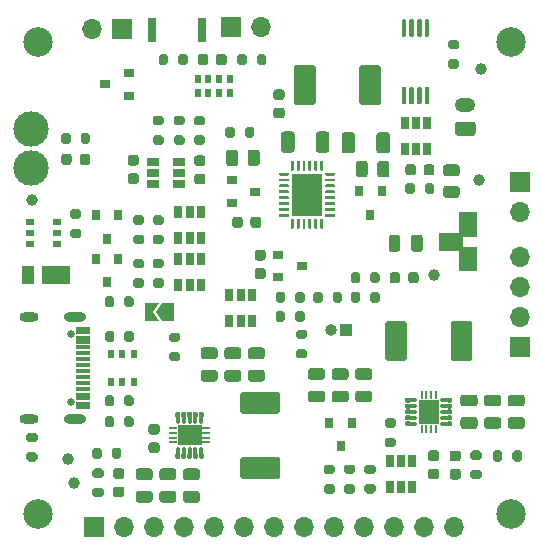
<source format=gbr>
G04 #@! TF.GenerationSoftware,KiCad,Pcbnew,(5.1.8)-1*
G04 #@! TF.CreationDate,2021-03-08T18:17:58+01:00*
G04 #@! TF.ProjectId,SuperPower-uC-KiCad,53757065-7250-46f7-9765-722d75432d4b,rev?*
G04 #@! TF.SameCoordinates,Original*
G04 #@! TF.FileFunction,Soldermask,Top*
G04 #@! TF.FilePolarity,Negative*
%FSLAX46Y46*%
G04 Gerber Fmt 4.6, Leading zero omitted, Abs format (unit mm)*
G04 Created by KiCad (PCBNEW (5.1.8)-1) date 2021-03-08 18:17:58*
%MOMM*%
%LPD*%
G01*
G04 APERTURE LIST*
%ADD10R,0.700000X0.250000*%
%ADD11O,0.420000X0.990000*%
%ADD12C,0.600000*%
%ADD13R,2.150000X1.700000*%
%ADD14R,0.900000X0.650000*%
%ADD15R,0.600000X0.230000*%
%ADD16R,0.250000X0.700000*%
%ADD17O,0.990000X0.420000*%
%ADD18R,1.700000X2.150000*%
%ADD19R,0.650000X0.900000*%
%ADD20R,0.230000X0.600000*%
%ADD21O,1.600000X0.800000*%
%ADD22O,1.900000X0.800000*%
%ADD23R,1.150000X0.300000*%
%ADD24C,0.650000*%
%ADD25C,2.500000*%
%ADD26R,0.800000X2.000000*%
%ADD27O,1.700000X1.700000*%
%ADD28R,1.700000X1.700000*%
%ADD29C,1.000000*%
%ADD30R,2.650000X3.650000*%
%ADD31C,3.000000*%
%ADD32R,0.700000X0.510000*%
%ADD33R,0.900000X0.800000*%
%ADD34R,0.800000X0.900000*%
%ADD35R,1.060000X0.650000*%
%ADD36R,1.500000X1.500000*%
%ADD37C,0.100000*%
%ADD38O,1.000000X1.000000*%
%ADD39R,1.000000X1.000000*%
%ADD40R,0.510000X0.700000*%
%ADD41R,0.650000X1.060000*%
%ADD42R,1.050000X1.500000*%
%ADD43R,2.400000X1.500000*%
%ADD44R,0.500000X0.800000*%
%ADD45O,1.750000X1.200000*%
G04 APERTURE END LIST*
D10*
X131914000Y-110400000D03*
X131914000Y-111600000D03*
X134764000Y-110400000D03*
X134764000Y-111600000D03*
D11*
X134339000Y-109525000D03*
X133839000Y-109525000D03*
G36*
G01*
X133199000Y-109030000D02*
X133479000Y-109030000D01*
G75*
G02*
X133549000Y-109100000I0J-70000D01*
G01*
X133549000Y-109380000D01*
G75*
G02*
X133479000Y-109450000I-70000J0D01*
G01*
X133199000Y-109450000D01*
G75*
G02*
X133129000Y-109380000I0J70000D01*
G01*
X133129000Y-109100000D01*
G75*
G02*
X133199000Y-109030000I70000J0D01*
G01*
G37*
X132839000Y-109525000D03*
G36*
G01*
X132199000Y-109030000D02*
X132479000Y-109030000D01*
G75*
G02*
X132549000Y-109100000I0J-70000D01*
G01*
X132549000Y-109380000D01*
G75*
G02*
X132479000Y-109450000I-70000J0D01*
G01*
X132199000Y-109450000D01*
G75*
G02*
X132129000Y-109380000I0J70000D01*
G01*
X132129000Y-109100000D01*
G75*
G02*
X132199000Y-109030000I70000J0D01*
G01*
G37*
X132339000Y-112475000D03*
X132839000Y-112475000D03*
G36*
G01*
X133199000Y-112550000D02*
X133479000Y-112550000D01*
G75*
G02*
X133549000Y-112620000I0J-70000D01*
G01*
X133549000Y-112900000D01*
G75*
G02*
X133479000Y-112970000I-70000J0D01*
G01*
X133199000Y-112970000D01*
G75*
G02*
X133129000Y-112900000I0J70000D01*
G01*
X133129000Y-112620000D01*
G75*
G02*
X133199000Y-112550000I70000J0D01*
G01*
G37*
G36*
G01*
X133699000Y-112550000D02*
X133979000Y-112550000D01*
G75*
G02*
X134049000Y-112620000I0J-70000D01*
G01*
X134049000Y-112900000D01*
G75*
G02*
X133979000Y-112970000I-70000J0D01*
G01*
X133699000Y-112970000D01*
G75*
G02*
X133629000Y-112900000I0J70000D01*
G01*
X133629000Y-112620000D01*
G75*
G02*
X133699000Y-112550000I70000J0D01*
G01*
G37*
G36*
G01*
X134199000Y-112550000D02*
X134479000Y-112550000D01*
G75*
G02*
X134549000Y-112620000I0J-70000D01*
G01*
X134549000Y-112900000D01*
G75*
G02*
X134479000Y-112970000I-70000J0D01*
G01*
X134199000Y-112970000D01*
G75*
G02*
X134129000Y-112900000I0J70000D01*
G01*
X134129000Y-112620000D01*
G75*
G02*
X134199000Y-112550000I70000J0D01*
G01*
G37*
D12*
X133339000Y-111000000D03*
X133839000Y-110500000D03*
X133839000Y-111500000D03*
X132839000Y-110500000D03*
X132839000Y-111500000D03*
D10*
X134764000Y-110800000D03*
X134764000Y-111200000D03*
X131914000Y-110800000D03*
X131914000Y-111200000D03*
D13*
X133339000Y-111000000D03*
G36*
G01*
X134199000Y-109030000D02*
X134479000Y-109030000D01*
G75*
G02*
X134549000Y-109100000I0J-70000D01*
G01*
X134549000Y-109380000D01*
G75*
G02*
X134479000Y-109450000I-70000J0D01*
G01*
X134199000Y-109450000D01*
G75*
G02*
X134129000Y-109380000I0J70000D01*
G01*
X134129000Y-109100000D01*
G75*
G02*
X134199000Y-109030000I70000J0D01*
G01*
G37*
G36*
G01*
X133699000Y-109030000D02*
X133979000Y-109030000D01*
G75*
G02*
X134049000Y-109100000I0J-70000D01*
G01*
X134049000Y-109380000D01*
G75*
G02*
X133979000Y-109450000I-70000J0D01*
G01*
X133699000Y-109450000D01*
G75*
G02*
X133629000Y-109380000I0J70000D01*
G01*
X133629000Y-109100000D01*
G75*
G02*
X133699000Y-109030000I70000J0D01*
G01*
G37*
D11*
X133339000Y-109525000D03*
G36*
G01*
X132699000Y-109030000D02*
X132979000Y-109030000D01*
G75*
G02*
X133049000Y-109100000I0J-70000D01*
G01*
X133049000Y-109380000D01*
G75*
G02*
X132979000Y-109450000I-70000J0D01*
G01*
X132699000Y-109450000D01*
G75*
G02*
X132629000Y-109380000I0J70000D01*
G01*
X132629000Y-109100000D01*
G75*
G02*
X132699000Y-109030000I70000J0D01*
G01*
G37*
X132339000Y-109525000D03*
G36*
G01*
X132199000Y-112550000D02*
X132479000Y-112550000D01*
G75*
G02*
X132549000Y-112620000I0J-70000D01*
G01*
X132549000Y-112900000D01*
G75*
G02*
X132479000Y-112970000I-70000J0D01*
G01*
X132199000Y-112970000D01*
G75*
G02*
X132129000Y-112900000I0J70000D01*
G01*
X132129000Y-112620000D01*
G75*
G02*
X132199000Y-112550000I70000J0D01*
G01*
G37*
G36*
G01*
X132699000Y-112550000D02*
X132979000Y-112550000D01*
G75*
G02*
X133049000Y-112620000I0J-70000D01*
G01*
X133049000Y-112900000D01*
G75*
G02*
X132979000Y-112970000I-70000J0D01*
G01*
X132699000Y-112970000D01*
G75*
G02*
X132629000Y-112900000I0J70000D01*
G01*
X132629000Y-112620000D01*
G75*
G02*
X132699000Y-112550000I70000J0D01*
G01*
G37*
X133339000Y-112475000D03*
X133839000Y-112475000D03*
X134339000Y-112475000D03*
D14*
X133899000Y-110565000D03*
X132779000Y-111435000D03*
X132779000Y-110565000D03*
X133899000Y-111435000D03*
D15*
X134764000Y-110400000D03*
X134764000Y-110800000D03*
X134764000Y-111200000D03*
X134764000Y-111600000D03*
X131914000Y-110400000D03*
X131914000Y-110800000D03*
X131914000Y-111200000D03*
X131914000Y-111600000D03*
D16*
X152989000Y-110440000D03*
X154189000Y-110440000D03*
X152989000Y-107590000D03*
X154189000Y-107590000D03*
D17*
X152114000Y-108015000D03*
X152114000Y-108515000D03*
G36*
G01*
X151619000Y-109155000D02*
X151619000Y-108875000D01*
G75*
G02*
X151689000Y-108805000I70000J0D01*
G01*
X151969000Y-108805000D01*
G75*
G02*
X152039000Y-108875000I0J-70000D01*
G01*
X152039000Y-109155000D01*
G75*
G02*
X151969000Y-109225000I-70000J0D01*
G01*
X151689000Y-109225000D01*
G75*
G02*
X151619000Y-109155000I0J70000D01*
G01*
G37*
X152114000Y-109515000D03*
G36*
G01*
X151619000Y-110155000D02*
X151619000Y-109875000D01*
G75*
G02*
X151689000Y-109805000I70000J0D01*
G01*
X151969000Y-109805000D01*
G75*
G02*
X152039000Y-109875000I0J-70000D01*
G01*
X152039000Y-110155000D01*
G75*
G02*
X151969000Y-110225000I-70000J0D01*
G01*
X151689000Y-110225000D01*
G75*
G02*
X151619000Y-110155000I0J70000D01*
G01*
G37*
X155064000Y-110015000D03*
X155064000Y-109515000D03*
G36*
G01*
X155139000Y-109155000D02*
X155139000Y-108875000D01*
G75*
G02*
X155209000Y-108805000I70000J0D01*
G01*
X155489000Y-108805000D01*
G75*
G02*
X155559000Y-108875000I0J-70000D01*
G01*
X155559000Y-109155000D01*
G75*
G02*
X155489000Y-109225000I-70000J0D01*
G01*
X155209000Y-109225000D01*
G75*
G02*
X155139000Y-109155000I0J70000D01*
G01*
G37*
G36*
G01*
X155139000Y-108655000D02*
X155139000Y-108375000D01*
G75*
G02*
X155209000Y-108305000I70000J0D01*
G01*
X155489000Y-108305000D01*
G75*
G02*
X155559000Y-108375000I0J-70000D01*
G01*
X155559000Y-108655000D01*
G75*
G02*
X155489000Y-108725000I-70000J0D01*
G01*
X155209000Y-108725000D01*
G75*
G02*
X155139000Y-108655000I0J70000D01*
G01*
G37*
G36*
G01*
X155139000Y-108155000D02*
X155139000Y-107875000D01*
G75*
G02*
X155209000Y-107805000I70000J0D01*
G01*
X155489000Y-107805000D01*
G75*
G02*
X155559000Y-107875000I0J-70000D01*
G01*
X155559000Y-108155000D01*
G75*
G02*
X155489000Y-108225000I-70000J0D01*
G01*
X155209000Y-108225000D01*
G75*
G02*
X155139000Y-108155000I0J70000D01*
G01*
G37*
D12*
X153589000Y-109015000D03*
X153089000Y-108515000D03*
X154089000Y-108515000D03*
X153089000Y-109515000D03*
X154089000Y-109515000D03*
D16*
X153389000Y-107590000D03*
X153789000Y-107590000D03*
X153389000Y-110440000D03*
X153789000Y-110440000D03*
D18*
X153589000Y-109015000D03*
G36*
G01*
X151619000Y-108155000D02*
X151619000Y-107875000D01*
G75*
G02*
X151689000Y-107805000I70000J0D01*
G01*
X151969000Y-107805000D01*
G75*
G02*
X152039000Y-107875000I0J-70000D01*
G01*
X152039000Y-108155000D01*
G75*
G02*
X151969000Y-108225000I-70000J0D01*
G01*
X151689000Y-108225000D01*
G75*
G02*
X151619000Y-108155000I0J70000D01*
G01*
G37*
G36*
G01*
X151619000Y-108655000D02*
X151619000Y-108375000D01*
G75*
G02*
X151689000Y-108305000I70000J0D01*
G01*
X151969000Y-108305000D01*
G75*
G02*
X152039000Y-108375000I0J-70000D01*
G01*
X152039000Y-108655000D01*
G75*
G02*
X151969000Y-108725000I-70000J0D01*
G01*
X151689000Y-108725000D01*
G75*
G02*
X151619000Y-108655000I0J70000D01*
G01*
G37*
D17*
X152114000Y-109015000D03*
G36*
G01*
X151619000Y-109655000D02*
X151619000Y-109375000D01*
G75*
G02*
X151689000Y-109305000I70000J0D01*
G01*
X151969000Y-109305000D01*
G75*
G02*
X152039000Y-109375000I0J-70000D01*
G01*
X152039000Y-109655000D01*
G75*
G02*
X151969000Y-109725000I-70000J0D01*
G01*
X151689000Y-109725000D01*
G75*
G02*
X151619000Y-109655000I0J70000D01*
G01*
G37*
X152114000Y-110015000D03*
G36*
G01*
X155139000Y-110155000D02*
X155139000Y-109875000D01*
G75*
G02*
X155209000Y-109805000I70000J0D01*
G01*
X155489000Y-109805000D01*
G75*
G02*
X155559000Y-109875000I0J-70000D01*
G01*
X155559000Y-110155000D01*
G75*
G02*
X155489000Y-110225000I-70000J0D01*
G01*
X155209000Y-110225000D01*
G75*
G02*
X155139000Y-110155000I0J70000D01*
G01*
G37*
G36*
G01*
X155139000Y-109655000D02*
X155139000Y-109375000D01*
G75*
G02*
X155209000Y-109305000I70000J0D01*
G01*
X155489000Y-109305000D01*
G75*
G02*
X155559000Y-109375000I0J-70000D01*
G01*
X155559000Y-109655000D01*
G75*
G02*
X155489000Y-109725000I-70000J0D01*
G01*
X155209000Y-109725000D01*
G75*
G02*
X155139000Y-109655000I0J70000D01*
G01*
G37*
X155064000Y-109015000D03*
X155064000Y-108515000D03*
X155064000Y-108015000D03*
D19*
X153154000Y-108455000D03*
X154024000Y-109575000D03*
X153154000Y-109575000D03*
X154024000Y-108455000D03*
D20*
X152989000Y-107590000D03*
X153389000Y-107590000D03*
X153789000Y-107590000D03*
X154189000Y-107590000D03*
X152989000Y-110440000D03*
X153389000Y-110440000D03*
X153789000Y-110440000D03*
X154189000Y-110440000D03*
G36*
G01*
X136525000Y-105450000D02*
X137475000Y-105450000D01*
G75*
G02*
X137725000Y-105700000I0J-250000D01*
G01*
X137725000Y-106200000D01*
G75*
G02*
X137475000Y-106450000I-250000J0D01*
G01*
X136525000Y-106450000D01*
G75*
G02*
X136275000Y-106200000I0J250000D01*
G01*
X136275000Y-105700000D01*
G75*
G02*
X136525000Y-105450000I250000J0D01*
G01*
G37*
G36*
G01*
X136525000Y-103550000D02*
X137475000Y-103550000D01*
G75*
G02*
X137725000Y-103800000I0J-250000D01*
G01*
X137725000Y-104300000D01*
G75*
G02*
X137475000Y-104550000I-250000J0D01*
G01*
X136525000Y-104550000D01*
G75*
G02*
X136275000Y-104300000I0J250000D01*
G01*
X136275000Y-103800000D01*
G75*
G02*
X136525000Y-103550000I250000J0D01*
G01*
G37*
G36*
G01*
X138525000Y-105450000D02*
X139475000Y-105450000D01*
G75*
G02*
X139725000Y-105700000I0J-250000D01*
G01*
X139725000Y-106200000D01*
G75*
G02*
X139475000Y-106450000I-250000J0D01*
G01*
X138525000Y-106450000D01*
G75*
G02*
X138275000Y-106200000I0J250000D01*
G01*
X138275000Y-105700000D01*
G75*
G02*
X138525000Y-105450000I250000J0D01*
G01*
G37*
G36*
G01*
X138525000Y-103550000D02*
X139475000Y-103550000D01*
G75*
G02*
X139725000Y-103800000I0J-250000D01*
G01*
X139725000Y-104300000D01*
G75*
G02*
X139475000Y-104550000I-250000J0D01*
G01*
X138525000Y-104550000D01*
G75*
G02*
X138275000Y-104300000I0J250000D01*
G01*
X138275000Y-103800000D01*
G75*
G02*
X138525000Y-103550000I250000J0D01*
G01*
G37*
G36*
G01*
X134525000Y-105450000D02*
X135475000Y-105450000D01*
G75*
G02*
X135725000Y-105700000I0J-250000D01*
G01*
X135725000Y-106200000D01*
G75*
G02*
X135475000Y-106450000I-250000J0D01*
G01*
X134525000Y-106450000D01*
G75*
G02*
X134275000Y-106200000I0J250000D01*
G01*
X134275000Y-105700000D01*
G75*
G02*
X134525000Y-105450000I250000J0D01*
G01*
G37*
G36*
G01*
X134525000Y-103550000D02*
X135475000Y-103550000D01*
G75*
G02*
X135725000Y-103800000I0J-250000D01*
G01*
X135725000Y-104300000D01*
G75*
G02*
X135475000Y-104550000I-250000J0D01*
G01*
X134525000Y-104550000D01*
G75*
G02*
X134275000Y-104300000I0J250000D01*
G01*
X134275000Y-103800000D01*
G75*
G02*
X134525000Y-103550000I250000J0D01*
G01*
G37*
G36*
G01*
X130589000Y-110940000D02*
X130089000Y-110940000D01*
G75*
G02*
X129864000Y-110715000I0J225000D01*
G01*
X129864000Y-110265000D01*
G75*
G02*
X130089000Y-110040000I225000J0D01*
G01*
X130589000Y-110040000D01*
G75*
G02*
X130814000Y-110265000I0J-225000D01*
G01*
X130814000Y-110715000D01*
G75*
G02*
X130589000Y-110940000I-225000J0D01*
G01*
G37*
G36*
G01*
X130589000Y-112490000D02*
X130089000Y-112490000D01*
G75*
G02*
X129864000Y-112265000I0J225000D01*
G01*
X129864000Y-111815000D01*
G75*
G02*
X130089000Y-111590000I225000J0D01*
G01*
X130589000Y-111590000D01*
G75*
G02*
X130814000Y-111815000I0J-225000D01*
G01*
X130814000Y-112265000D01*
G75*
G02*
X130589000Y-112490000I-225000J0D01*
G01*
G37*
G36*
G01*
X127089000Y-115340000D02*
X127589000Y-115340000D01*
G75*
G02*
X127814000Y-115565000I0J-225000D01*
G01*
X127814000Y-116015000D01*
G75*
G02*
X127589000Y-116240000I-225000J0D01*
G01*
X127089000Y-116240000D01*
G75*
G02*
X126864000Y-116015000I0J225000D01*
G01*
X126864000Y-115565000D01*
G75*
G02*
X127089000Y-115340000I225000J0D01*
G01*
G37*
G36*
G01*
X127089000Y-113790000D02*
X127589000Y-113790000D01*
G75*
G02*
X127814000Y-114015000I0J-225000D01*
G01*
X127814000Y-114465000D01*
G75*
G02*
X127589000Y-114690000I-225000J0D01*
G01*
X127089000Y-114690000D01*
G75*
G02*
X126864000Y-114465000I0J225000D01*
G01*
X126864000Y-114015000D01*
G75*
G02*
X127089000Y-113790000I225000J0D01*
G01*
G37*
G36*
G01*
X129025000Y-115700000D02*
X129975000Y-115700000D01*
G75*
G02*
X130225000Y-115950000I0J-250000D01*
G01*
X130225000Y-116450000D01*
G75*
G02*
X129975000Y-116700000I-250000J0D01*
G01*
X129025000Y-116700000D01*
G75*
G02*
X128775000Y-116450000I0J250000D01*
G01*
X128775000Y-115950000D01*
G75*
G02*
X129025000Y-115700000I250000J0D01*
G01*
G37*
G36*
G01*
X129025000Y-113800000D02*
X129975000Y-113800000D01*
G75*
G02*
X130225000Y-114050000I0J-250000D01*
G01*
X130225000Y-114550000D01*
G75*
G02*
X129975000Y-114800000I-250000J0D01*
G01*
X129025000Y-114800000D01*
G75*
G02*
X128775000Y-114550000I0J250000D01*
G01*
X128775000Y-114050000D01*
G75*
G02*
X129025000Y-113800000I250000J0D01*
G01*
G37*
G36*
G01*
X131025000Y-115700000D02*
X131975000Y-115700000D01*
G75*
G02*
X132225000Y-115950000I0J-250000D01*
G01*
X132225000Y-116450000D01*
G75*
G02*
X131975000Y-116700000I-250000J0D01*
G01*
X131025000Y-116700000D01*
G75*
G02*
X130775000Y-116450000I0J250000D01*
G01*
X130775000Y-115950000D01*
G75*
G02*
X131025000Y-115700000I250000J0D01*
G01*
G37*
G36*
G01*
X131025000Y-113800000D02*
X131975000Y-113800000D01*
G75*
G02*
X132225000Y-114050000I0J-250000D01*
G01*
X132225000Y-114550000D01*
G75*
G02*
X131975000Y-114800000I-250000J0D01*
G01*
X131025000Y-114800000D01*
G75*
G02*
X130775000Y-114550000I0J250000D01*
G01*
X130775000Y-114050000D01*
G75*
G02*
X131025000Y-113800000I250000J0D01*
G01*
G37*
G36*
G01*
X133025000Y-115700000D02*
X133975000Y-115700000D01*
G75*
G02*
X134225000Y-115950000I0J-250000D01*
G01*
X134225000Y-116450000D01*
G75*
G02*
X133975000Y-116700000I-250000J0D01*
G01*
X133025000Y-116700000D01*
G75*
G02*
X132775000Y-116450000I0J250000D01*
G01*
X132775000Y-115950000D01*
G75*
G02*
X133025000Y-115700000I250000J0D01*
G01*
G37*
G36*
G01*
X133025000Y-113800000D02*
X133975000Y-113800000D01*
G75*
G02*
X134225000Y-114050000I0J-250000D01*
G01*
X134225000Y-114550000D01*
G75*
G02*
X133975000Y-114800000I-250000J0D01*
G01*
X133025000Y-114800000D01*
G75*
G02*
X132775000Y-114550000I0J250000D01*
G01*
X132775000Y-114050000D01*
G75*
G02*
X133025000Y-113800000I250000J0D01*
G01*
G37*
G36*
G01*
X155589000Y-113840000D02*
X156089000Y-113840000D01*
G75*
G02*
X156314000Y-114065000I0J-225000D01*
G01*
X156314000Y-114515000D01*
G75*
G02*
X156089000Y-114740000I-225000J0D01*
G01*
X155589000Y-114740000D01*
G75*
G02*
X155364000Y-114515000I0J225000D01*
G01*
X155364000Y-114065000D01*
G75*
G02*
X155589000Y-113840000I225000J0D01*
G01*
G37*
G36*
G01*
X155589000Y-112290000D02*
X156089000Y-112290000D01*
G75*
G02*
X156314000Y-112515000I0J-225000D01*
G01*
X156314000Y-112965000D01*
G75*
G02*
X156089000Y-113190000I-225000J0D01*
G01*
X155589000Y-113190000D01*
G75*
G02*
X155364000Y-112965000I0J225000D01*
G01*
X155364000Y-112515000D01*
G75*
G02*
X155589000Y-112290000I225000J0D01*
G01*
G37*
G36*
G01*
X146564000Y-106315000D02*
X145614000Y-106315000D01*
G75*
G02*
X145364000Y-106065000I0J250000D01*
G01*
X145364000Y-105565000D01*
G75*
G02*
X145614000Y-105315000I250000J0D01*
G01*
X146564000Y-105315000D01*
G75*
G02*
X146814000Y-105565000I0J-250000D01*
G01*
X146814000Y-106065000D01*
G75*
G02*
X146564000Y-106315000I-250000J0D01*
G01*
G37*
G36*
G01*
X146564000Y-108215000D02*
X145614000Y-108215000D01*
G75*
G02*
X145364000Y-107965000I0J250000D01*
G01*
X145364000Y-107465000D01*
G75*
G02*
X145614000Y-107215000I250000J0D01*
G01*
X146564000Y-107215000D01*
G75*
G02*
X146814000Y-107465000I0J-250000D01*
G01*
X146814000Y-107965000D01*
G75*
G02*
X146564000Y-108215000I-250000J0D01*
G01*
G37*
G36*
G01*
X144564000Y-106315000D02*
X143614000Y-106315000D01*
G75*
G02*
X143364000Y-106065000I0J250000D01*
G01*
X143364000Y-105565000D01*
G75*
G02*
X143614000Y-105315000I250000J0D01*
G01*
X144564000Y-105315000D01*
G75*
G02*
X144814000Y-105565000I0J-250000D01*
G01*
X144814000Y-106065000D01*
G75*
G02*
X144564000Y-106315000I-250000J0D01*
G01*
G37*
G36*
G01*
X144564000Y-108215000D02*
X143614000Y-108215000D01*
G75*
G02*
X143364000Y-107965000I0J250000D01*
G01*
X143364000Y-107465000D01*
G75*
G02*
X143614000Y-107215000I250000J0D01*
G01*
X144564000Y-107215000D01*
G75*
G02*
X144814000Y-107465000I0J-250000D01*
G01*
X144814000Y-107965000D01*
G75*
G02*
X144564000Y-108215000I-250000J0D01*
G01*
G37*
G36*
G01*
X148564000Y-106315000D02*
X147614000Y-106315000D01*
G75*
G02*
X147364000Y-106065000I0J250000D01*
G01*
X147364000Y-105565000D01*
G75*
G02*
X147614000Y-105315000I250000J0D01*
G01*
X148564000Y-105315000D01*
G75*
G02*
X148814000Y-105565000I0J-250000D01*
G01*
X148814000Y-106065000D01*
G75*
G02*
X148564000Y-106315000I-250000J0D01*
G01*
G37*
G36*
G01*
X148564000Y-108215000D02*
X147614000Y-108215000D01*
G75*
G02*
X147364000Y-107965000I0J250000D01*
G01*
X147364000Y-107465000D01*
G75*
G02*
X147614000Y-107215000I250000J0D01*
G01*
X148564000Y-107215000D01*
G75*
G02*
X148814000Y-107465000I0J-250000D01*
G01*
X148814000Y-107965000D01*
G75*
G02*
X148564000Y-108215000I-250000J0D01*
G01*
G37*
G36*
G01*
X160525000Y-109450000D02*
X161475000Y-109450000D01*
G75*
G02*
X161725000Y-109700000I0J-250000D01*
G01*
X161725000Y-110200000D01*
G75*
G02*
X161475000Y-110450000I-250000J0D01*
G01*
X160525000Y-110450000D01*
G75*
G02*
X160275000Y-110200000I0J250000D01*
G01*
X160275000Y-109700000D01*
G75*
G02*
X160525000Y-109450000I250000J0D01*
G01*
G37*
G36*
G01*
X160525000Y-107550000D02*
X161475000Y-107550000D01*
G75*
G02*
X161725000Y-107800000I0J-250000D01*
G01*
X161725000Y-108300000D01*
G75*
G02*
X161475000Y-108550000I-250000J0D01*
G01*
X160525000Y-108550000D01*
G75*
G02*
X160275000Y-108300000I0J250000D01*
G01*
X160275000Y-107800000D01*
G75*
G02*
X160525000Y-107550000I250000J0D01*
G01*
G37*
G36*
G01*
X158525000Y-109450000D02*
X159475000Y-109450000D01*
G75*
G02*
X159725000Y-109700000I0J-250000D01*
G01*
X159725000Y-110200000D01*
G75*
G02*
X159475000Y-110450000I-250000J0D01*
G01*
X158525000Y-110450000D01*
G75*
G02*
X158275000Y-110200000I0J250000D01*
G01*
X158275000Y-109700000D01*
G75*
G02*
X158525000Y-109450000I250000J0D01*
G01*
G37*
G36*
G01*
X158525000Y-107550000D02*
X159475000Y-107550000D01*
G75*
G02*
X159725000Y-107800000I0J-250000D01*
G01*
X159725000Y-108300000D01*
G75*
G02*
X159475000Y-108550000I-250000J0D01*
G01*
X158525000Y-108550000D01*
G75*
G02*
X158275000Y-108300000I0J250000D01*
G01*
X158275000Y-107800000D01*
G75*
G02*
X158525000Y-107550000I250000J0D01*
G01*
G37*
G36*
G01*
X156525000Y-109450000D02*
X157475000Y-109450000D01*
G75*
G02*
X157725000Y-109700000I0J-250000D01*
G01*
X157725000Y-110200000D01*
G75*
G02*
X157475000Y-110450000I-250000J0D01*
G01*
X156525000Y-110450000D01*
G75*
G02*
X156275000Y-110200000I0J250000D01*
G01*
X156275000Y-109700000D01*
G75*
G02*
X156525000Y-109450000I250000J0D01*
G01*
G37*
G36*
G01*
X156525000Y-107550000D02*
X157475000Y-107550000D01*
G75*
G02*
X157725000Y-107800000I0J-250000D01*
G01*
X157725000Y-108300000D01*
G75*
G02*
X157475000Y-108550000I-250000J0D01*
G01*
X156525000Y-108550000D01*
G75*
G02*
X156275000Y-108300000I0J250000D01*
G01*
X156275000Y-107800000D01*
G75*
G02*
X156525000Y-107550000I250000J0D01*
G01*
G37*
D21*
X119731000Y-100958400D03*
X119781000Y-109608400D03*
D22*
X123681000Y-100958400D03*
X123681000Y-109608400D03*
D23*
X124307600Y-106059510D03*
X124307600Y-103555800D03*
X124307600Y-104056542D03*
X124307600Y-104557284D03*
X124307600Y-105058026D03*
X124307600Y-105558768D03*
X124307600Y-106560252D03*
X124307600Y-107061000D03*
X124307600Y-107543600D03*
X124307600Y-107848400D03*
X124307600Y-108343700D03*
X124307600Y-108635800D03*
X124307600Y-103060500D03*
X124307600Y-102755700D03*
X124307600Y-102260400D03*
X124307600Y-101955600D03*
D24*
X123317000Y-102412800D03*
X123317000Y-108178600D03*
G36*
G01*
X142159500Y-82858500D02*
X142159500Y-79828500D01*
G75*
G02*
X142344500Y-79643500I185000J0D01*
G01*
X143824500Y-79643500D01*
G75*
G02*
X144009500Y-79828500I0J-185000D01*
G01*
X144009500Y-82858500D01*
G75*
G02*
X143824500Y-83043500I-185000J0D01*
G01*
X142344500Y-83043500D01*
G75*
G02*
X142159500Y-82858500I0J185000D01*
G01*
G37*
G36*
G01*
X147709500Y-82858500D02*
X147709500Y-79828500D01*
G75*
G02*
X147894500Y-79643500I185000J0D01*
G01*
X149374500Y-79643500D01*
G75*
G02*
X149559500Y-79828500I0J-185000D01*
G01*
X149559500Y-82858500D01*
G75*
G02*
X149374500Y-83043500I-185000J0D01*
G01*
X147894500Y-83043500D01*
G75*
G02*
X147709500Y-82858500I0J185000D01*
G01*
G37*
D25*
X120523000Y-117678200D03*
X160528000Y-117678200D03*
X160528000Y-77673200D03*
X120523000Y-77673200D03*
D26*
X134366000Y-76708000D03*
X130175000Y-76708000D03*
D27*
X161290000Y-95885000D03*
X161290000Y-98425000D03*
X161290000Y-100965000D03*
D28*
X161290000Y-103505000D03*
D29*
X120015000Y-91059000D03*
X157988000Y-80010000D03*
X154051000Y-97409000D03*
X123589000Y-115015000D03*
X123089000Y-113015000D03*
X157861000Y-89408000D03*
D30*
X143281400Y-90627200D03*
G36*
G01*
X141906400Y-88539700D02*
X141906400Y-87814700D01*
G75*
G02*
X141968900Y-87752200I62500J0D01*
G01*
X142093900Y-87752200D01*
G75*
G02*
X142156400Y-87814700I0J-62500D01*
G01*
X142156400Y-88539700D01*
G75*
G02*
X142093900Y-88602200I-62500J0D01*
G01*
X141968900Y-88602200D01*
G75*
G02*
X141906400Y-88539700I0J62500D01*
G01*
G37*
G36*
G01*
X142406400Y-88539700D02*
X142406400Y-87814700D01*
G75*
G02*
X142468900Y-87752200I62500J0D01*
G01*
X142593900Y-87752200D01*
G75*
G02*
X142656400Y-87814700I0J-62500D01*
G01*
X142656400Y-88539700D01*
G75*
G02*
X142593900Y-88602200I-62500J0D01*
G01*
X142468900Y-88602200D01*
G75*
G02*
X142406400Y-88539700I0J62500D01*
G01*
G37*
G36*
G01*
X142906400Y-88539700D02*
X142906400Y-87814700D01*
G75*
G02*
X142968900Y-87752200I62500J0D01*
G01*
X143093900Y-87752200D01*
G75*
G02*
X143156400Y-87814700I0J-62500D01*
G01*
X143156400Y-88539700D01*
G75*
G02*
X143093900Y-88602200I-62500J0D01*
G01*
X142968900Y-88602200D01*
G75*
G02*
X142906400Y-88539700I0J62500D01*
G01*
G37*
G36*
G01*
X143406400Y-88539700D02*
X143406400Y-87814700D01*
G75*
G02*
X143468900Y-87752200I62500J0D01*
G01*
X143593900Y-87752200D01*
G75*
G02*
X143656400Y-87814700I0J-62500D01*
G01*
X143656400Y-88539700D01*
G75*
G02*
X143593900Y-88602200I-62500J0D01*
G01*
X143468900Y-88602200D01*
G75*
G02*
X143406400Y-88539700I0J62500D01*
G01*
G37*
G36*
G01*
X143906400Y-88539700D02*
X143906400Y-87814700D01*
G75*
G02*
X143968900Y-87752200I62500J0D01*
G01*
X144093900Y-87752200D01*
G75*
G02*
X144156400Y-87814700I0J-62500D01*
G01*
X144156400Y-88539700D01*
G75*
G02*
X144093900Y-88602200I-62500J0D01*
G01*
X143968900Y-88602200D01*
G75*
G02*
X143906400Y-88539700I0J62500D01*
G01*
G37*
G36*
G01*
X144406400Y-88539700D02*
X144406400Y-87814700D01*
G75*
G02*
X144468900Y-87752200I62500J0D01*
G01*
X144593900Y-87752200D01*
G75*
G02*
X144656400Y-87814700I0J-62500D01*
G01*
X144656400Y-88539700D01*
G75*
G02*
X144593900Y-88602200I-62500J0D01*
G01*
X144468900Y-88602200D01*
G75*
G02*
X144406400Y-88539700I0J62500D01*
G01*
G37*
G36*
G01*
X144806400Y-88939700D02*
X144806400Y-88814700D01*
G75*
G02*
X144868900Y-88752200I62500J0D01*
G01*
X145593900Y-88752200D01*
G75*
G02*
X145656400Y-88814700I0J-62500D01*
G01*
X145656400Y-88939700D01*
G75*
G02*
X145593900Y-89002200I-62500J0D01*
G01*
X144868900Y-89002200D01*
G75*
G02*
X144806400Y-88939700I0J62500D01*
G01*
G37*
G36*
G01*
X144806400Y-89439700D02*
X144806400Y-89314700D01*
G75*
G02*
X144868900Y-89252200I62500J0D01*
G01*
X145593900Y-89252200D01*
G75*
G02*
X145656400Y-89314700I0J-62500D01*
G01*
X145656400Y-89439700D01*
G75*
G02*
X145593900Y-89502200I-62500J0D01*
G01*
X144868900Y-89502200D01*
G75*
G02*
X144806400Y-89439700I0J62500D01*
G01*
G37*
G36*
G01*
X144806400Y-89939700D02*
X144806400Y-89814700D01*
G75*
G02*
X144868900Y-89752200I62500J0D01*
G01*
X145593900Y-89752200D01*
G75*
G02*
X145656400Y-89814700I0J-62500D01*
G01*
X145656400Y-89939700D01*
G75*
G02*
X145593900Y-90002200I-62500J0D01*
G01*
X144868900Y-90002200D01*
G75*
G02*
X144806400Y-89939700I0J62500D01*
G01*
G37*
G36*
G01*
X144806400Y-90439700D02*
X144806400Y-90314700D01*
G75*
G02*
X144868900Y-90252200I62500J0D01*
G01*
X145593900Y-90252200D01*
G75*
G02*
X145656400Y-90314700I0J-62500D01*
G01*
X145656400Y-90439700D01*
G75*
G02*
X145593900Y-90502200I-62500J0D01*
G01*
X144868900Y-90502200D01*
G75*
G02*
X144806400Y-90439700I0J62500D01*
G01*
G37*
G36*
G01*
X144806400Y-90939700D02*
X144806400Y-90814700D01*
G75*
G02*
X144868900Y-90752200I62500J0D01*
G01*
X145593900Y-90752200D01*
G75*
G02*
X145656400Y-90814700I0J-62500D01*
G01*
X145656400Y-90939700D01*
G75*
G02*
X145593900Y-91002200I-62500J0D01*
G01*
X144868900Y-91002200D01*
G75*
G02*
X144806400Y-90939700I0J62500D01*
G01*
G37*
G36*
G01*
X144806400Y-91439700D02*
X144806400Y-91314700D01*
G75*
G02*
X144868900Y-91252200I62500J0D01*
G01*
X145593900Y-91252200D01*
G75*
G02*
X145656400Y-91314700I0J-62500D01*
G01*
X145656400Y-91439700D01*
G75*
G02*
X145593900Y-91502200I-62500J0D01*
G01*
X144868900Y-91502200D01*
G75*
G02*
X144806400Y-91439700I0J62500D01*
G01*
G37*
G36*
G01*
X144806400Y-91939700D02*
X144806400Y-91814700D01*
G75*
G02*
X144868900Y-91752200I62500J0D01*
G01*
X145593900Y-91752200D01*
G75*
G02*
X145656400Y-91814700I0J-62500D01*
G01*
X145656400Y-91939700D01*
G75*
G02*
X145593900Y-92002200I-62500J0D01*
G01*
X144868900Y-92002200D01*
G75*
G02*
X144806400Y-91939700I0J62500D01*
G01*
G37*
G36*
G01*
X144806400Y-92439700D02*
X144806400Y-92314700D01*
G75*
G02*
X144868900Y-92252200I62500J0D01*
G01*
X145593900Y-92252200D01*
G75*
G02*
X145656400Y-92314700I0J-62500D01*
G01*
X145656400Y-92439700D01*
G75*
G02*
X145593900Y-92502200I-62500J0D01*
G01*
X144868900Y-92502200D01*
G75*
G02*
X144806400Y-92439700I0J62500D01*
G01*
G37*
G36*
G01*
X144406400Y-93439700D02*
X144406400Y-92714700D01*
G75*
G02*
X144468900Y-92652200I62500J0D01*
G01*
X144593900Y-92652200D01*
G75*
G02*
X144656400Y-92714700I0J-62500D01*
G01*
X144656400Y-93439700D01*
G75*
G02*
X144593900Y-93502200I-62500J0D01*
G01*
X144468900Y-93502200D01*
G75*
G02*
X144406400Y-93439700I0J62500D01*
G01*
G37*
G36*
G01*
X143906400Y-93439700D02*
X143906400Y-92714700D01*
G75*
G02*
X143968900Y-92652200I62500J0D01*
G01*
X144093900Y-92652200D01*
G75*
G02*
X144156400Y-92714700I0J-62500D01*
G01*
X144156400Y-93439700D01*
G75*
G02*
X144093900Y-93502200I-62500J0D01*
G01*
X143968900Y-93502200D01*
G75*
G02*
X143906400Y-93439700I0J62500D01*
G01*
G37*
G36*
G01*
X143406400Y-93439700D02*
X143406400Y-92714700D01*
G75*
G02*
X143468900Y-92652200I62500J0D01*
G01*
X143593900Y-92652200D01*
G75*
G02*
X143656400Y-92714700I0J-62500D01*
G01*
X143656400Y-93439700D01*
G75*
G02*
X143593900Y-93502200I-62500J0D01*
G01*
X143468900Y-93502200D01*
G75*
G02*
X143406400Y-93439700I0J62500D01*
G01*
G37*
G36*
G01*
X142906400Y-93439700D02*
X142906400Y-92714700D01*
G75*
G02*
X142968900Y-92652200I62500J0D01*
G01*
X143093900Y-92652200D01*
G75*
G02*
X143156400Y-92714700I0J-62500D01*
G01*
X143156400Y-93439700D01*
G75*
G02*
X143093900Y-93502200I-62500J0D01*
G01*
X142968900Y-93502200D01*
G75*
G02*
X142906400Y-93439700I0J62500D01*
G01*
G37*
G36*
G01*
X142406400Y-93439700D02*
X142406400Y-92714700D01*
G75*
G02*
X142468900Y-92652200I62500J0D01*
G01*
X142593900Y-92652200D01*
G75*
G02*
X142656400Y-92714700I0J-62500D01*
G01*
X142656400Y-93439700D01*
G75*
G02*
X142593900Y-93502200I-62500J0D01*
G01*
X142468900Y-93502200D01*
G75*
G02*
X142406400Y-93439700I0J62500D01*
G01*
G37*
G36*
G01*
X141906400Y-93439700D02*
X141906400Y-92714700D01*
G75*
G02*
X141968900Y-92652200I62500J0D01*
G01*
X142093900Y-92652200D01*
G75*
G02*
X142156400Y-92714700I0J-62500D01*
G01*
X142156400Y-93439700D01*
G75*
G02*
X142093900Y-93502200I-62500J0D01*
G01*
X141968900Y-93502200D01*
G75*
G02*
X141906400Y-93439700I0J62500D01*
G01*
G37*
G36*
G01*
X140906400Y-92439700D02*
X140906400Y-92314700D01*
G75*
G02*
X140968900Y-92252200I62500J0D01*
G01*
X141693900Y-92252200D01*
G75*
G02*
X141756400Y-92314700I0J-62500D01*
G01*
X141756400Y-92439700D01*
G75*
G02*
X141693900Y-92502200I-62500J0D01*
G01*
X140968900Y-92502200D01*
G75*
G02*
X140906400Y-92439700I0J62500D01*
G01*
G37*
G36*
G01*
X140906400Y-91939700D02*
X140906400Y-91814700D01*
G75*
G02*
X140968900Y-91752200I62500J0D01*
G01*
X141693900Y-91752200D01*
G75*
G02*
X141756400Y-91814700I0J-62500D01*
G01*
X141756400Y-91939700D01*
G75*
G02*
X141693900Y-92002200I-62500J0D01*
G01*
X140968900Y-92002200D01*
G75*
G02*
X140906400Y-91939700I0J62500D01*
G01*
G37*
G36*
G01*
X140906400Y-91439700D02*
X140906400Y-91314700D01*
G75*
G02*
X140968900Y-91252200I62500J0D01*
G01*
X141693900Y-91252200D01*
G75*
G02*
X141756400Y-91314700I0J-62500D01*
G01*
X141756400Y-91439700D01*
G75*
G02*
X141693900Y-91502200I-62500J0D01*
G01*
X140968900Y-91502200D01*
G75*
G02*
X140906400Y-91439700I0J62500D01*
G01*
G37*
G36*
G01*
X140906400Y-90939700D02*
X140906400Y-90814700D01*
G75*
G02*
X140968900Y-90752200I62500J0D01*
G01*
X141693900Y-90752200D01*
G75*
G02*
X141756400Y-90814700I0J-62500D01*
G01*
X141756400Y-90939700D01*
G75*
G02*
X141693900Y-91002200I-62500J0D01*
G01*
X140968900Y-91002200D01*
G75*
G02*
X140906400Y-90939700I0J62500D01*
G01*
G37*
G36*
G01*
X140906400Y-90439700D02*
X140906400Y-90314700D01*
G75*
G02*
X140968900Y-90252200I62500J0D01*
G01*
X141693900Y-90252200D01*
G75*
G02*
X141756400Y-90314700I0J-62500D01*
G01*
X141756400Y-90439700D01*
G75*
G02*
X141693900Y-90502200I-62500J0D01*
G01*
X140968900Y-90502200D01*
G75*
G02*
X140906400Y-90439700I0J62500D01*
G01*
G37*
G36*
G01*
X140906400Y-89939700D02*
X140906400Y-89814700D01*
G75*
G02*
X140968900Y-89752200I62500J0D01*
G01*
X141693900Y-89752200D01*
G75*
G02*
X141756400Y-89814700I0J-62500D01*
G01*
X141756400Y-89939700D01*
G75*
G02*
X141693900Y-90002200I-62500J0D01*
G01*
X140968900Y-90002200D01*
G75*
G02*
X140906400Y-89939700I0J62500D01*
G01*
G37*
G36*
G01*
X140906400Y-89439700D02*
X140906400Y-89314700D01*
G75*
G02*
X140968900Y-89252200I62500J0D01*
G01*
X141693900Y-89252200D01*
G75*
G02*
X141756400Y-89314700I0J-62500D01*
G01*
X141756400Y-89439700D01*
G75*
G02*
X141693900Y-89502200I-62500J0D01*
G01*
X140968900Y-89502200D01*
G75*
G02*
X140906400Y-89439700I0J62500D01*
G01*
G37*
G36*
G01*
X140906400Y-88939700D02*
X140906400Y-88814700D01*
G75*
G02*
X140968900Y-88752200I62500J0D01*
G01*
X141693900Y-88752200D01*
G75*
G02*
X141756400Y-88814700I0J-62500D01*
G01*
X141756400Y-88939700D01*
G75*
G02*
X141693900Y-89002200I-62500J0D01*
G01*
X140968900Y-89002200D01*
G75*
G02*
X140906400Y-88939700I0J62500D01*
G01*
G37*
D31*
X119888000Y-85090000D03*
X119888000Y-88392000D03*
D32*
X122127500Y-92903000D03*
X122127500Y-93853000D03*
X122127500Y-94803000D03*
X119807500Y-94803000D03*
X119807500Y-93853000D03*
X119807500Y-92903000D03*
D27*
X155702000Y-118745000D03*
X153162000Y-118745000D03*
X150622000Y-118745000D03*
X148082000Y-118745000D03*
X145542000Y-118745000D03*
X143002000Y-118745000D03*
X140462000Y-118745000D03*
X137922000Y-118745000D03*
X135382000Y-118745000D03*
X132842000Y-118745000D03*
X130302000Y-118745000D03*
X127762000Y-118745000D03*
D28*
X125222000Y-118745000D03*
D33*
X126190500Y-81280000D03*
X128190500Y-80330000D03*
X128190500Y-82230000D03*
D34*
X148653500Y-92313000D03*
X147703500Y-90313000D03*
X149603500Y-90313000D03*
D33*
X138922000Y-90360500D03*
X136922000Y-91310500D03*
X136922000Y-89410500D03*
D35*
X132418000Y-88773000D03*
X132418000Y-87823000D03*
X132418000Y-89723000D03*
X130218000Y-89723000D03*
X130218000Y-88773000D03*
X130218000Y-87823000D03*
G36*
G01*
X145436000Y-114281400D02*
X144886000Y-114281400D01*
G75*
G02*
X144686000Y-114081400I0J200000D01*
G01*
X144686000Y-113681400D01*
G75*
G02*
X144886000Y-113481400I200000J0D01*
G01*
X145436000Y-113481400D01*
G75*
G02*
X145636000Y-113681400I0J-200000D01*
G01*
X145636000Y-114081400D01*
G75*
G02*
X145436000Y-114281400I-200000J0D01*
G01*
G37*
G36*
G01*
X145436000Y-115931400D02*
X144886000Y-115931400D01*
G75*
G02*
X144686000Y-115731400I0J200000D01*
G01*
X144686000Y-115331400D01*
G75*
G02*
X144886000Y-115131400I200000J0D01*
G01*
X145436000Y-115131400D01*
G75*
G02*
X145636000Y-115331400I0J-200000D01*
G01*
X145636000Y-115731400D01*
G75*
G02*
X145436000Y-115931400I-200000J0D01*
G01*
G37*
D36*
X155696600Y-94621600D03*
D37*
G36*
X155946600Y-94621600D02*
G01*
X155446600Y-95371600D01*
X154446600Y-95371600D01*
X154446600Y-93871600D01*
X155446600Y-93871600D01*
X155946600Y-94621600D01*
G37*
G36*
X156946600Y-93621600D02*
G01*
X156196600Y-93121600D01*
X156196600Y-92121600D01*
X157696600Y-92121600D01*
X157696600Y-93121600D01*
X156946600Y-93621600D01*
G37*
D36*
X156946600Y-93421600D03*
X156946600Y-95821600D03*
D37*
G36*
X156196600Y-97121600D02*
G01*
X156196600Y-96121600D01*
X157696600Y-96121600D01*
X157696600Y-97121600D01*
X156196600Y-97121600D01*
G37*
D33*
X142859000Y-96647000D03*
X140859000Y-97597000D03*
X140859000Y-95697000D03*
D27*
X161290000Y-92075000D03*
D28*
X161290000Y-89535000D03*
D38*
X145288000Y-102108000D03*
D39*
X146558000Y-102108000D03*
G36*
G01*
X141079000Y-86819501D02*
X141079000Y-85519499D01*
G75*
G02*
X141328999Y-85269500I249999J0D01*
G01*
X141979001Y-85269500D01*
G75*
G02*
X142229000Y-85519499I0J-249999D01*
G01*
X142229000Y-86819501D01*
G75*
G02*
X141979001Y-87069500I-249999J0D01*
G01*
X141328999Y-87069500D01*
G75*
G02*
X141079000Y-86819501I0J249999D01*
G01*
G37*
G36*
G01*
X144029000Y-86819501D02*
X144029000Y-85519499D01*
G75*
G02*
X144278999Y-85269500I249999J0D01*
G01*
X144929001Y-85269500D01*
G75*
G02*
X145179000Y-85519499I0J-249999D01*
G01*
X145179000Y-86819501D01*
G75*
G02*
X144929001Y-87069500I-249999J0D01*
G01*
X144278999Y-87069500D01*
G75*
G02*
X144029000Y-86819501I0J249999D01*
G01*
G37*
D40*
X126697700Y-104148400D03*
X127647700Y-104148400D03*
X128597700Y-104148400D03*
X128597700Y-106468400D03*
X127647700Y-106468400D03*
X126697700Y-106468400D03*
G36*
G01*
X147163200Y-114281400D02*
X146613200Y-114281400D01*
G75*
G02*
X146413200Y-114081400I0J200000D01*
G01*
X146413200Y-113681400D01*
G75*
G02*
X146613200Y-113481400I200000J0D01*
G01*
X147163200Y-113481400D01*
G75*
G02*
X147363200Y-113681400I0J-200000D01*
G01*
X147363200Y-114081400D01*
G75*
G02*
X147163200Y-114281400I-200000J0D01*
G01*
G37*
G36*
G01*
X147163200Y-115931400D02*
X146613200Y-115931400D01*
G75*
G02*
X146413200Y-115731400I0J200000D01*
G01*
X146413200Y-115331400D01*
G75*
G02*
X146613200Y-115131400I200000J0D01*
G01*
X147163200Y-115131400D01*
G75*
G02*
X147363200Y-115331400I0J-200000D01*
G01*
X147363200Y-115731400D01*
G75*
G02*
X147163200Y-115931400I-200000J0D01*
G01*
G37*
G36*
G01*
X148340400Y-115131400D02*
X148890400Y-115131400D01*
G75*
G02*
X149090400Y-115331400I0J-200000D01*
G01*
X149090400Y-115731400D01*
G75*
G02*
X148890400Y-115931400I-200000J0D01*
G01*
X148340400Y-115931400D01*
G75*
G02*
X148140400Y-115731400I0J200000D01*
G01*
X148140400Y-115331400D01*
G75*
G02*
X148340400Y-115131400I200000J0D01*
G01*
G37*
G36*
G01*
X148340400Y-113481400D02*
X148890400Y-113481400D01*
G75*
G02*
X149090400Y-113681400I0J-200000D01*
G01*
X149090400Y-114081400D01*
G75*
G02*
X148890400Y-114281400I-200000J0D01*
G01*
X148340400Y-114281400D01*
G75*
G02*
X148140400Y-114081400I0J200000D01*
G01*
X148140400Y-113681400D01*
G75*
G02*
X148340400Y-113481400I200000J0D01*
G01*
G37*
G36*
G01*
X130408000Y-85603900D02*
X130958000Y-85603900D01*
G75*
G02*
X131158000Y-85803900I0J-200000D01*
G01*
X131158000Y-86203900D01*
G75*
G02*
X130958000Y-86403900I-200000J0D01*
G01*
X130408000Y-86403900D01*
G75*
G02*
X130208000Y-86203900I0J200000D01*
G01*
X130208000Y-85803900D01*
G75*
G02*
X130408000Y-85603900I200000J0D01*
G01*
G37*
G36*
G01*
X130408000Y-83953900D02*
X130958000Y-83953900D01*
G75*
G02*
X131158000Y-84153900I0J-200000D01*
G01*
X131158000Y-84553900D01*
G75*
G02*
X130958000Y-84753900I-200000J0D01*
G01*
X130408000Y-84753900D01*
G75*
G02*
X130208000Y-84553900I0J200000D01*
G01*
X130208000Y-84153900D01*
G75*
G02*
X130408000Y-83953900I200000J0D01*
G01*
G37*
D41*
X151257000Y-115400000D03*
X152207000Y-115400000D03*
X150307000Y-115400000D03*
X150307000Y-113200000D03*
X151257000Y-113200000D03*
X152207000Y-113200000D03*
D34*
X146126200Y-111934500D03*
X145176200Y-109934500D03*
X147076200Y-109934500D03*
G36*
G01*
X128324800Y-88805900D02*
X128824800Y-88805900D01*
G75*
G02*
X129049800Y-89030900I0J-225000D01*
G01*
X129049800Y-89480900D01*
G75*
G02*
X128824800Y-89705900I-225000J0D01*
G01*
X128324800Y-89705900D01*
G75*
G02*
X128099800Y-89480900I0J225000D01*
G01*
X128099800Y-89030900D01*
G75*
G02*
X128324800Y-88805900I225000J0D01*
G01*
G37*
G36*
G01*
X128324800Y-87255900D02*
X128824800Y-87255900D01*
G75*
G02*
X129049800Y-87480900I0J-225000D01*
G01*
X129049800Y-87930900D01*
G75*
G02*
X128824800Y-88155900I-225000J0D01*
G01*
X128324800Y-88155900D01*
G75*
G02*
X128099800Y-87930900I0J225000D01*
G01*
X128099800Y-87480900D01*
G75*
G02*
X128324800Y-87255900I225000J0D01*
G01*
G37*
G36*
G01*
X133963600Y-88844000D02*
X134463600Y-88844000D01*
G75*
G02*
X134688600Y-89069000I0J-225000D01*
G01*
X134688600Y-89519000D01*
G75*
G02*
X134463600Y-89744000I-225000J0D01*
G01*
X133963600Y-89744000D01*
G75*
G02*
X133738600Y-89519000I0J225000D01*
G01*
X133738600Y-89069000D01*
G75*
G02*
X133963600Y-88844000I225000J0D01*
G01*
G37*
G36*
G01*
X133963600Y-87294000D02*
X134463600Y-87294000D01*
G75*
G02*
X134688600Y-87519000I0J-225000D01*
G01*
X134688600Y-87969000D01*
G75*
G02*
X134463600Y-88194000I-225000J0D01*
G01*
X133963600Y-88194000D01*
G75*
G02*
X133738600Y-87969000I0J225000D01*
G01*
X133738600Y-87519000D01*
G75*
G02*
X133963600Y-87294000I225000J0D01*
G01*
G37*
D37*
G36*
X130535000Y-100584000D02*
G01*
X131035000Y-99834000D01*
X132035000Y-99834000D01*
X132035000Y-101334000D01*
X131035000Y-101334000D01*
X130535000Y-100584000D01*
G37*
G36*
X129585000Y-99834000D02*
G01*
X130735000Y-99834000D01*
X130235000Y-100584000D01*
X130735000Y-101334000D01*
X129585000Y-101334000D01*
X129585000Y-99834000D01*
G37*
D42*
X119633000Y-97409000D03*
D43*
X122008000Y-97409000D03*
D34*
X127315000Y-96028000D03*
X125415000Y-96028000D03*
X126365000Y-98028000D03*
G36*
G01*
X139283500Y-87052998D02*
X139283500Y-87953002D01*
G75*
G02*
X139033502Y-88203000I-249998J0D01*
G01*
X138508498Y-88203000D01*
G75*
G02*
X138258500Y-87953002I0J249998D01*
G01*
X138258500Y-87052998D01*
G75*
G02*
X138508498Y-86803000I249998J0D01*
G01*
X139033502Y-86803000D01*
G75*
G02*
X139283500Y-87052998I0J-249998D01*
G01*
G37*
G36*
G01*
X137458500Y-87052998D02*
X137458500Y-87953002D01*
G75*
G02*
X137208502Y-88203000I-249998J0D01*
G01*
X136683498Y-88203000D01*
G75*
G02*
X136433500Y-87953002I0J249998D01*
G01*
X136433500Y-87052998D01*
G75*
G02*
X136683498Y-86803000I249998J0D01*
G01*
X137208502Y-86803000D01*
G75*
G02*
X137458500Y-87052998I0J-249998D01*
G01*
G37*
G36*
G01*
X148444000Y-88005498D02*
X148444000Y-88905502D01*
G75*
G02*
X148194002Y-89155500I-249998J0D01*
G01*
X147668998Y-89155500D01*
G75*
G02*
X147419000Y-88905502I0J249998D01*
G01*
X147419000Y-88005498D01*
G75*
G02*
X147668998Y-87755500I249998J0D01*
G01*
X148194002Y-87755500D01*
G75*
G02*
X148444000Y-88005498I0J-249998D01*
G01*
G37*
G36*
G01*
X150269000Y-88005498D02*
X150269000Y-88905502D01*
G75*
G02*
X150019002Y-89155500I-249998J0D01*
G01*
X149493998Y-89155500D01*
G75*
G02*
X149244000Y-88905502I0J249998D01*
G01*
X149244000Y-88005498D01*
G75*
G02*
X149493998Y-87755500I249998J0D01*
G01*
X150019002Y-87755500D01*
G75*
G02*
X150269000Y-88005498I0J-249998D01*
G01*
G37*
G36*
G01*
X141434000Y-99039000D02*
X141434000Y-99589000D01*
G75*
G02*
X141234000Y-99789000I-200000J0D01*
G01*
X140834000Y-99789000D01*
G75*
G02*
X140634000Y-99589000I0J200000D01*
G01*
X140634000Y-99039000D01*
G75*
G02*
X140834000Y-98839000I200000J0D01*
G01*
X141234000Y-98839000D01*
G75*
G02*
X141434000Y-99039000I0J-200000D01*
G01*
G37*
G36*
G01*
X143084000Y-99039000D02*
X143084000Y-99589000D01*
G75*
G02*
X142884000Y-99789000I-200000J0D01*
G01*
X142484000Y-99789000D01*
G75*
G02*
X142284000Y-99589000I0J200000D01*
G01*
X142284000Y-99039000D01*
G75*
G02*
X142484000Y-98839000I200000J0D01*
G01*
X142884000Y-98839000D01*
G75*
G02*
X143084000Y-99039000I0J-200000D01*
G01*
G37*
X127315000Y-92345000D03*
X125415000Y-92345000D03*
X126365000Y-94345000D03*
D44*
X134032000Y-80807000D03*
X134932000Y-80807000D03*
X135832000Y-80807000D03*
X136732000Y-80807000D03*
X136732000Y-82007000D03*
X135832000Y-82007000D03*
X134932000Y-82007000D03*
X134032000Y-82007000D03*
G36*
G01*
X132364000Y-103090000D02*
X131814000Y-103090000D01*
G75*
G02*
X131614000Y-102890000I0J200000D01*
G01*
X131614000Y-102490000D01*
G75*
G02*
X131814000Y-102290000I200000J0D01*
G01*
X132364000Y-102290000D01*
G75*
G02*
X132564000Y-102490000I0J-200000D01*
G01*
X132564000Y-102890000D01*
G75*
G02*
X132364000Y-103090000I-200000J0D01*
G01*
G37*
G36*
G01*
X132364000Y-104740000D02*
X131814000Y-104740000D01*
G75*
G02*
X131614000Y-104540000I0J200000D01*
G01*
X131614000Y-104140000D01*
G75*
G02*
X131814000Y-103940000I200000J0D01*
G01*
X132364000Y-103940000D01*
G75*
G02*
X132564000Y-104140000I0J-200000D01*
G01*
X132564000Y-104540000D01*
G75*
G02*
X132364000Y-104740000I-200000J0D01*
G01*
G37*
G36*
G01*
X125864000Y-114590000D02*
X125314000Y-114590000D01*
G75*
G02*
X125114000Y-114390000I0J200000D01*
G01*
X125114000Y-113990000D01*
G75*
G02*
X125314000Y-113790000I200000J0D01*
G01*
X125864000Y-113790000D01*
G75*
G02*
X126064000Y-113990000I0J-200000D01*
G01*
X126064000Y-114390000D01*
G75*
G02*
X125864000Y-114590000I-200000J0D01*
G01*
G37*
G36*
G01*
X125864000Y-116240000D02*
X125314000Y-116240000D01*
G75*
G02*
X125114000Y-116040000I0J200000D01*
G01*
X125114000Y-115640000D01*
G75*
G02*
X125314000Y-115440000I200000J0D01*
G01*
X125864000Y-115440000D01*
G75*
G02*
X126064000Y-115640000I0J-200000D01*
G01*
X126064000Y-116040000D01*
G75*
G02*
X125864000Y-116240000I-200000J0D01*
G01*
G37*
G36*
G01*
X125914000Y-112240000D02*
X125914000Y-112790000D01*
G75*
G02*
X125714000Y-112990000I-200000J0D01*
G01*
X125314000Y-112990000D01*
G75*
G02*
X125114000Y-112790000I0J200000D01*
G01*
X125114000Y-112240000D01*
G75*
G02*
X125314000Y-112040000I200000J0D01*
G01*
X125714000Y-112040000D01*
G75*
G02*
X125914000Y-112240000I0J-200000D01*
G01*
G37*
G36*
G01*
X127564000Y-112240000D02*
X127564000Y-112790000D01*
G75*
G02*
X127364000Y-112990000I-200000J0D01*
G01*
X126964000Y-112990000D01*
G75*
G02*
X126764000Y-112790000I0J200000D01*
G01*
X126764000Y-112240000D01*
G75*
G02*
X126964000Y-112040000I200000J0D01*
G01*
X127364000Y-112040000D01*
G75*
G02*
X127564000Y-112240000I0J-200000D01*
G01*
G37*
G36*
G01*
X150064000Y-109540000D02*
X150614000Y-109540000D01*
G75*
G02*
X150814000Y-109740000I0J-200000D01*
G01*
X150814000Y-110140000D01*
G75*
G02*
X150614000Y-110340000I-200000J0D01*
G01*
X150064000Y-110340000D01*
G75*
G02*
X149864000Y-110140000I0J200000D01*
G01*
X149864000Y-109740000D01*
G75*
G02*
X150064000Y-109540000I200000J0D01*
G01*
G37*
G36*
G01*
X150064000Y-111190000D02*
X150614000Y-111190000D01*
G75*
G02*
X150814000Y-111390000I0J-200000D01*
G01*
X150814000Y-111790000D01*
G75*
G02*
X150614000Y-111990000I-200000J0D01*
G01*
X150064000Y-111990000D01*
G75*
G02*
X149864000Y-111790000I0J200000D01*
G01*
X149864000Y-111390000D01*
G75*
G02*
X150064000Y-111190000I200000J0D01*
G01*
G37*
G36*
G01*
X157864000Y-114725000D02*
X157314000Y-114725000D01*
G75*
G02*
X157114000Y-114525000I0J200000D01*
G01*
X157114000Y-114125000D01*
G75*
G02*
X157314000Y-113925000I200000J0D01*
G01*
X157864000Y-113925000D01*
G75*
G02*
X158064000Y-114125000I0J-200000D01*
G01*
X158064000Y-114525000D01*
G75*
G02*
X157864000Y-114725000I-200000J0D01*
G01*
G37*
G36*
G01*
X157864000Y-113075000D02*
X157314000Y-113075000D01*
G75*
G02*
X157114000Y-112875000I0J200000D01*
G01*
X157114000Y-112475000D01*
G75*
G02*
X157314000Y-112275000I200000J0D01*
G01*
X157864000Y-112275000D01*
G75*
G02*
X158064000Y-112475000I0J-200000D01*
G01*
X158064000Y-112875000D01*
G75*
G02*
X157864000Y-113075000I-200000J0D01*
G01*
G37*
G36*
G01*
X159025000Y-113025000D02*
X159025000Y-112475000D01*
G75*
G02*
X159225000Y-112275000I200000J0D01*
G01*
X159625000Y-112275000D01*
G75*
G02*
X159825000Y-112475000I0J-200000D01*
G01*
X159825000Y-113025000D01*
G75*
G02*
X159625000Y-113225000I-200000J0D01*
G01*
X159225000Y-113225000D01*
G75*
G02*
X159025000Y-113025000I0J200000D01*
G01*
G37*
G36*
G01*
X160675000Y-113025000D02*
X160675000Y-112475000D01*
G75*
G02*
X160875000Y-112275000I200000J0D01*
G01*
X161275000Y-112275000D01*
G75*
G02*
X161475000Y-112475000I0J-200000D01*
G01*
X161475000Y-113025000D01*
G75*
G02*
X161275000Y-113225000I-200000J0D01*
G01*
X160875000Y-113225000D01*
G75*
G02*
X160675000Y-113025000I0J200000D01*
G01*
G37*
G36*
G01*
X138195500Y-78909500D02*
X138195500Y-79459500D01*
G75*
G02*
X137995500Y-79659500I-200000J0D01*
G01*
X137595500Y-79659500D01*
G75*
G02*
X137395500Y-79459500I0J200000D01*
G01*
X137395500Y-78909500D01*
G75*
G02*
X137595500Y-78709500I200000J0D01*
G01*
X137995500Y-78709500D01*
G75*
G02*
X138195500Y-78909500I0J-200000D01*
G01*
G37*
G36*
G01*
X139845500Y-78909500D02*
X139845500Y-79459500D01*
G75*
G02*
X139645500Y-79659500I-200000J0D01*
G01*
X139245500Y-79659500D01*
G75*
G02*
X139045500Y-79459500I0J200000D01*
G01*
X139045500Y-78909500D01*
G75*
G02*
X139245500Y-78709500I200000J0D01*
G01*
X139645500Y-78709500D01*
G75*
G02*
X139845500Y-78909500I0J-200000D01*
G01*
G37*
G36*
G01*
X131528000Y-78909500D02*
X131528000Y-79459500D01*
G75*
G02*
X131328000Y-79659500I-200000J0D01*
G01*
X130928000Y-79659500D01*
G75*
G02*
X130728000Y-79459500I0J200000D01*
G01*
X130728000Y-78909500D01*
G75*
G02*
X130928000Y-78709500I200000J0D01*
G01*
X131328000Y-78709500D01*
G75*
G02*
X131528000Y-78909500I0J-200000D01*
G01*
G37*
G36*
G01*
X133178000Y-78909500D02*
X133178000Y-79459500D01*
G75*
G02*
X132978000Y-79659500I-200000J0D01*
G01*
X132578000Y-79659500D01*
G75*
G02*
X132378000Y-79459500I0J200000D01*
G01*
X132378000Y-78909500D01*
G75*
G02*
X132578000Y-78709500I200000J0D01*
G01*
X132978000Y-78709500D01*
G75*
G02*
X133178000Y-78909500I0J-200000D01*
G01*
G37*
G36*
G01*
X134463200Y-84753900D02*
X133913200Y-84753900D01*
G75*
G02*
X133713200Y-84553900I0J200000D01*
G01*
X133713200Y-84153900D01*
G75*
G02*
X133913200Y-83953900I200000J0D01*
G01*
X134463200Y-83953900D01*
G75*
G02*
X134663200Y-84153900I0J-200000D01*
G01*
X134663200Y-84553900D01*
G75*
G02*
X134463200Y-84753900I-200000J0D01*
G01*
G37*
G36*
G01*
X134463200Y-86403900D02*
X133913200Y-86403900D01*
G75*
G02*
X133713200Y-86203900I0J200000D01*
G01*
X133713200Y-85803900D01*
G75*
G02*
X133913200Y-85603900I200000J0D01*
G01*
X134463200Y-85603900D01*
G75*
G02*
X134663200Y-85803900I0J-200000D01*
G01*
X134663200Y-86203900D01*
G75*
G02*
X134463200Y-86403900I-200000J0D01*
G01*
G37*
G36*
G01*
X132736000Y-84753900D02*
X132186000Y-84753900D01*
G75*
G02*
X131986000Y-84553900I0J200000D01*
G01*
X131986000Y-84153900D01*
G75*
G02*
X132186000Y-83953900I200000J0D01*
G01*
X132736000Y-83953900D01*
G75*
G02*
X132936000Y-84153900I0J-200000D01*
G01*
X132936000Y-84553900D01*
G75*
G02*
X132736000Y-84753900I-200000J0D01*
G01*
G37*
G36*
G01*
X132736000Y-86403900D02*
X132186000Y-86403900D01*
G75*
G02*
X131986000Y-86203900I0J200000D01*
G01*
X131986000Y-85803900D01*
G75*
G02*
X132186000Y-85603900I200000J0D01*
G01*
X132736000Y-85603900D01*
G75*
G02*
X132936000Y-85803900I0J-200000D01*
G01*
X132936000Y-86203900D01*
G75*
G02*
X132736000Y-86403900I-200000J0D01*
G01*
G37*
D27*
X125095000Y-76581000D03*
D28*
X127635000Y-76581000D03*
G36*
G01*
X134930000Y-78934500D02*
X134930000Y-79434500D01*
G75*
G02*
X134705000Y-79659500I-225000J0D01*
G01*
X134255000Y-79659500D01*
G75*
G02*
X134030000Y-79434500I0J225000D01*
G01*
X134030000Y-78934500D01*
G75*
G02*
X134255000Y-78709500I225000J0D01*
G01*
X134705000Y-78709500D01*
G75*
G02*
X134930000Y-78934500I0J-225000D01*
G01*
G37*
G36*
G01*
X136480000Y-78934500D02*
X136480000Y-79434500D01*
G75*
G02*
X136255000Y-79659500I-225000J0D01*
G01*
X135805000Y-79659500D01*
G75*
G02*
X135580000Y-79434500I0J225000D01*
G01*
X135580000Y-78934500D01*
G75*
G02*
X135805000Y-78709500I225000J0D01*
G01*
X136255000Y-78709500D01*
G75*
G02*
X136480000Y-78934500I0J-225000D01*
G01*
G37*
G36*
G01*
X149889000Y-104530000D02*
X149889000Y-101500000D01*
G75*
G02*
X150074000Y-101315000I185000J0D01*
G01*
X151554000Y-101315000D01*
G75*
G02*
X151739000Y-101500000I0J-185000D01*
G01*
X151739000Y-104530000D01*
G75*
G02*
X151554000Y-104715000I-185000J0D01*
G01*
X150074000Y-104715000D01*
G75*
G02*
X149889000Y-104530000I0J185000D01*
G01*
G37*
G36*
G01*
X155439000Y-104530000D02*
X155439000Y-101500000D01*
G75*
G02*
X155624000Y-101315000I185000J0D01*
G01*
X157104000Y-101315000D01*
G75*
G02*
X157289000Y-101500000I0J-185000D01*
G01*
X157289000Y-104530000D01*
G75*
G02*
X157104000Y-104715000I-185000J0D01*
G01*
X155624000Y-104715000D01*
G75*
G02*
X155439000Y-104530000I0J185000D01*
G01*
G37*
G36*
G01*
X137824000Y-107300000D02*
X140854000Y-107300000D01*
G75*
G02*
X141039000Y-107485000I0J-185000D01*
G01*
X141039000Y-108965000D01*
G75*
G02*
X140854000Y-109150000I-185000J0D01*
G01*
X137824000Y-109150000D01*
G75*
G02*
X137639000Y-108965000I0J185000D01*
G01*
X137639000Y-107485000D01*
G75*
G02*
X137824000Y-107300000I185000J0D01*
G01*
G37*
G36*
G01*
X137824000Y-112850000D02*
X140854000Y-112850000D01*
G75*
G02*
X141039000Y-113035000I0J-185000D01*
G01*
X141039000Y-114515000D01*
G75*
G02*
X140854000Y-114700000I-185000J0D01*
G01*
X137824000Y-114700000D01*
G75*
G02*
X137639000Y-114515000I0J185000D01*
G01*
X137639000Y-113035000D01*
G75*
G02*
X137824000Y-112850000I185000J0D01*
G01*
G37*
D41*
X152527000Y-86761500D03*
X153477000Y-86761500D03*
X151577000Y-86761500D03*
X151577000Y-84561500D03*
X152527000Y-84561500D03*
X153477000Y-84561500D03*
G36*
G01*
X126956000Y-109580000D02*
X126956000Y-110130000D01*
G75*
G02*
X126756000Y-110330000I-200000J0D01*
G01*
X126356000Y-110330000D01*
G75*
G02*
X126156000Y-110130000I0J200000D01*
G01*
X126156000Y-109580000D01*
G75*
G02*
X126356000Y-109380000I200000J0D01*
G01*
X126756000Y-109380000D01*
G75*
G02*
X126956000Y-109580000I0J-200000D01*
G01*
G37*
G36*
G01*
X128606000Y-109580000D02*
X128606000Y-110130000D01*
G75*
G02*
X128406000Y-110330000I-200000J0D01*
G01*
X128006000Y-110330000D01*
G75*
G02*
X127806000Y-110130000I0J200000D01*
G01*
X127806000Y-109580000D01*
G75*
G02*
X128006000Y-109380000I200000J0D01*
G01*
X128406000Y-109380000D01*
G75*
G02*
X128606000Y-109580000I0J-200000D01*
G01*
G37*
G36*
G01*
X127831400Y-102891000D02*
X127831400Y-102341000D01*
G75*
G02*
X128031400Y-102141000I200000J0D01*
G01*
X128431400Y-102141000D01*
G75*
G02*
X128631400Y-102341000I0J-200000D01*
G01*
X128631400Y-102891000D01*
G75*
G02*
X128431400Y-103091000I-200000J0D01*
G01*
X128031400Y-103091000D01*
G75*
G02*
X127831400Y-102891000I0J200000D01*
G01*
G37*
G36*
G01*
X126181400Y-102891000D02*
X126181400Y-102341000D01*
G75*
G02*
X126381400Y-102141000I200000J0D01*
G01*
X126781400Y-102141000D01*
G75*
G02*
X126981400Y-102341000I0J-200000D01*
G01*
X126981400Y-102891000D01*
G75*
G02*
X126781400Y-103091000I-200000J0D01*
G01*
X126381400Y-103091000D01*
G75*
G02*
X126181400Y-102891000I0J200000D01*
G01*
G37*
G36*
G01*
X127806000Y-108352000D02*
X127806000Y-107802000D01*
G75*
G02*
X128006000Y-107602000I200000J0D01*
G01*
X128406000Y-107602000D01*
G75*
G02*
X128606000Y-107802000I0J-200000D01*
G01*
X128606000Y-108352000D01*
G75*
G02*
X128406000Y-108552000I-200000J0D01*
G01*
X128006000Y-108552000D01*
G75*
G02*
X127806000Y-108352000I0J200000D01*
G01*
G37*
G36*
G01*
X126156000Y-108352000D02*
X126156000Y-107802000D01*
G75*
G02*
X126356000Y-107602000I200000J0D01*
G01*
X126756000Y-107602000D01*
G75*
G02*
X126956000Y-107802000I0J-200000D01*
G01*
X126956000Y-108352000D01*
G75*
G02*
X126756000Y-108552000I-200000J0D01*
G01*
X126356000Y-108552000D01*
G75*
G02*
X126156000Y-108352000I0J200000D01*
G01*
G37*
G36*
G01*
X119725000Y-112425000D02*
X120275000Y-112425000D01*
G75*
G02*
X120475000Y-112625000I0J-200000D01*
G01*
X120475000Y-113025000D01*
G75*
G02*
X120275000Y-113225000I-200000J0D01*
G01*
X119725000Y-113225000D01*
G75*
G02*
X119525000Y-113025000I0J200000D01*
G01*
X119525000Y-112625000D01*
G75*
G02*
X119725000Y-112425000I200000J0D01*
G01*
G37*
G36*
G01*
X119725000Y-110775000D02*
X120275000Y-110775000D01*
G75*
G02*
X120475000Y-110975000I0J-200000D01*
G01*
X120475000Y-111375000D01*
G75*
G02*
X120275000Y-111575000I-200000J0D01*
G01*
X119725000Y-111575000D01*
G75*
G02*
X119525000Y-111375000I0J200000D01*
G01*
X119525000Y-110975000D01*
G75*
G02*
X119725000Y-110775000I200000J0D01*
G01*
G37*
G36*
G01*
X128757000Y-92374000D02*
X129307000Y-92374000D01*
G75*
G02*
X129507000Y-92574000I0J-200000D01*
G01*
X129507000Y-92974000D01*
G75*
G02*
X129307000Y-93174000I-200000J0D01*
G01*
X128757000Y-93174000D01*
G75*
G02*
X128557000Y-92974000I0J200000D01*
G01*
X128557000Y-92574000D01*
G75*
G02*
X128757000Y-92374000I200000J0D01*
G01*
G37*
G36*
G01*
X128757000Y-94024000D02*
X129307000Y-94024000D01*
G75*
G02*
X129507000Y-94224000I0J-200000D01*
G01*
X129507000Y-94624000D01*
G75*
G02*
X129307000Y-94824000I-200000J0D01*
G01*
X128757000Y-94824000D01*
G75*
G02*
X128557000Y-94624000I0J200000D01*
G01*
X128557000Y-94224000D01*
G75*
G02*
X128757000Y-94024000I200000J0D01*
G01*
G37*
G36*
G01*
X142564000Y-103690000D02*
X143114000Y-103690000D01*
G75*
G02*
X143314000Y-103890000I0J-200000D01*
G01*
X143314000Y-104290000D01*
G75*
G02*
X143114000Y-104490000I-200000J0D01*
G01*
X142564000Y-104490000D01*
G75*
G02*
X142364000Y-104290000I0J200000D01*
G01*
X142364000Y-103890000D01*
G75*
G02*
X142564000Y-103690000I200000J0D01*
G01*
G37*
G36*
G01*
X142564000Y-102040000D02*
X143114000Y-102040000D01*
G75*
G02*
X143314000Y-102240000I0J-200000D01*
G01*
X143314000Y-102640000D01*
G75*
G02*
X143114000Y-102840000I-200000J0D01*
G01*
X142564000Y-102840000D01*
G75*
G02*
X142364000Y-102640000I0J200000D01*
G01*
X142364000Y-102240000D01*
G75*
G02*
X142564000Y-102040000I200000J0D01*
G01*
G37*
G36*
G01*
X138029500Y-85619000D02*
X138029500Y-85069000D01*
G75*
G02*
X138229500Y-84869000I200000J0D01*
G01*
X138629500Y-84869000D01*
G75*
G02*
X138829500Y-85069000I0J-200000D01*
G01*
X138829500Y-85619000D01*
G75*
G02*
X138629500Y-85819000I-200000J0D01*
G01*
X138229500Y-85819000D01*
G75*
G02*
X138029500Y-85619000I0J200000D01*
G01*
G37*
G36*
G01*
X136379500Y-85619000D02*
X136379500Y-85069000D01*
G75*
G02*
X136579500Y-84869000I200000J0D01*
G01*
X136979500Y-84869000D01*
G75*
G02*
X137179500Y-85069000I0J-200000D01*
G01*
X137179500Y-85619000D01*
G75*
G02*
X136979500Y-85819000I-200000J0D01*
G01*
X136579500Y-85819000D01*
G75*
G02*
X136379500Y-85619000I0J200000D01*
G01*
G37*
G36*
G01*
X142284000Y-101214600D02*
X142284000Y-100664600D01*
G75*
G02*
X142484000Y-100464600I200000J0D01*
G01*
X142884000Y-100464600D01*
G75*
G02*
X143084000Y-100664600I0J-200000D01*
G01*
X143084000Y-101214600D01*
G75*
G02*
X142884000Y-101414600I-200000J0D01*
G01*
X142484000Y-101414600D01*
G75*
G02*
X142284000Y-101214600I0J200000D01*
G01*
G37*
G36*
G01*
X140634000Y-101214600D02*
X140634000Y-100664600D01*
G75*
G02*
X140834000Y-100464600I200000J0D01*
G01*
X141234000Y-100464600D01*
G75*
G02*
X141434000Y-100664600I0J-200000D01*
G01*
X141434000Y-101214600D01*
G75*
G02*
X141234000Y-101414600I-200000J0D01*
G01*
X140834000Y-101414600D01*
G75*
G02*
X140634000Y-101214600I0J200000D01*
G01*
G37*
G36*
G01*
X144609000Y-99039000D02*
X144609000Y-99589000D01*
G75*
G02*
X144409000Y-99789000I-200000J0D01*
G01*
X144009000Y-99789000D01*
G75*
G02*
X143809000Y-99589000I0J200000D01*
G01*
X143809000Y-99039000D01*
G75*
G02*
X144009000Y-98839000I200000J0D01*
G01*
X144409000Y-98839000D01*
G75*
G02*
X144609000Y-99039000I0J-200000D01*
G01*
G37*
G36*
G01*
X146259000Y-99039000D02*
X146259000Y-99589000D01*
G75*
G02*
X146059000Y-99789000I-200000J0D01*
G01*
X145659000Y-99789000D01*
G75*
G02*
X145459000Y-99589000I0J200000D01*
G01*
X145459000Y-99039000D01*
G75*
G02*
X145659000Y-98839000I200000J0D01*
G01*
X146059000Y-98839000D01*
G75*
G02*
X146259000Y-99039000I0J-200000D01*
G01*
G37*
G36*
G01*
X147784000Y-99039000D02*
X147784000Y-99589000D01*
G75*
G02*
X147584000Y-99789000I-200000J0D01*
G01*
X147184000Y-99789000D01*
G75*
G02*
X146984000Y-99589000I0J200000D01*
G01*
X146984000Y-99039000D01*
G75*
G02*
X147184000Y-98839000I200000J0D01*
G01*
X147584000Y-98839000D01*
G75*
G02*
X147784000Y-99039000I0J-200000D01*
G01*
G37*
G36*
G01*
X149434000Y-99039000D02*
X149434000Y-99589000D01*
G75*
G02*
X149234000Y-99789000I-200000J0D01*
G01*
X148834000Y-99789000D01*
G75*
G02*
X148634000Y-99589000I0J200000D01*
G01*
X148634000Y-99039000D01*
G75*
G02*
X148834000Y-98839000I200000J0D01*
G01*
X149234000Y-98839000D01*
G75*
G02*
X149434000Y-99039000I0J-200000D01*
G01*
G37*
G36*
G01*
X148634000Y-97938000D02*
X148634000Y-97388000D01*
G75*
G02*
X148834000Y-97188000I200000J0D01*
G01*
X149234000Y-97188000D01*
G75*
G02*
X149434000Y-97388000I0J-200000D01*
G01*
X149434000Y-97938000D01*
G75*
G02*
X149234000Y-98138000I-200000J0D01*
G01*
X148834000Y-98138000D01*
G75*
G02*
X148634000Y-97938000I0J200000D01*
G01*
G37*
G36*
G01*
X146984000Y-97938000D02*
X146984000Y-97388000D01*
G75*
G02*
X147184000Y-97188000I200000J0D01*
G01*
X147584000Y-97188000D01*
G75*
G02*
X147784000Y-97388000I0J-200000D01*
G01*
X147784000Y-97938000D01*
G75*
G02*
X147584000Y-98138000I-200000J0D01*
G01*
X147184000Y-98138000D01*
G75*
G02*
X146984000Y-97938000I0J200000D01*
G01*
G37*
G36*
G01*
X123273000Y-85577000D02*
X123273000Y-86127000D01*
G75*
G02*
X123073000Y-86327000I-200000J0D01*
G01*
X122673000Y-86327000D01*
G75*
G02*
X122473000Y-86127000I0J200000D01*
G01*
X122473000Y-85577000D01*
G75*
G02*
X122673000Y-85377000I200000J0D01*
G01*
X123073000Y-85377000D01*
G75*
G02*
X123273000Y-85577000I0J-200000D01*
G01*
G37*
G36*
G01*
X124923000Y-85577000D02*
X124923000Y-86127000D01*
G75*
G02*
X124723000Y-86327000I-200000J0D01*
G01*
X124323000Y-86327000D01*
G75*
G02*
X124123000Y-86127000I0J200000D01*
G01*
X124123000Y-85577000D01*
G75*
G02*
X124323000Y-85377000I200000J0D01*
G01*
X124723000Y-85377000D01*
G75*
G02*
X124923000Y-85577000I0J-200000D01*
G01*
G37*
G36*
G01*
X152419500Y-89831500D02*
X152419500Y-90381500D01*
G75*
G02*
X152219500Y-90581500I-200000J0D01*
G01*
X151819500Y-90581500D01*
G75*
G02*
X151619500Y-90381500I0J200000D01*
G01*
X151619500Y-89831500D01*
G75*
G02*
X151819500Y-89631500I200000J0D01*
G01*
X152219500Y-89631500D01*
G75*
G02*
X152419500Y-89831500I0J-200000D01*
G01*
G37*
G36*
G01*
X154069500Y-89831500D02*
X154069500Y-90381500D01*
G75*
G02*
X153869500Y-90581500I-200000J0D01*
G01*
X153469500Y-90581500D01*
G75*
G02*
X153269500Y-90381500I0J200000D01*
G01*
X153269500Y-89831500D01*
G75*
G02*
X153469500Y-89631500I200000J0D01*
G01*
X153869500Y-89631500D01*
G75*
G02*
X154069500Y-89831500I0J-200000D01*
G01*
G37*
G36*
G01*
X155977000Y-78315000D02*
X155427000Y-78315000D01*
G75*
G02*
X155227000Y-78115000I0J200000D01*
G01*
X155227000Y-77715000D01*
G75*
G02*
X155427000Y-77515000I200000J0D01*
G01*
X155977000Y-77515000D01*
G75*
G02*
X156177000Y-77715000I0J-200000D01*
G01*
X156177000Y-78115000D01*
G75*
G02*
X155977000Y-78315000I-200000J0D01*
G01*
G37*
G36*
G01*
X155977000Y-79965000D02*
X155427000Y-79965000D01*
G75*
G02*
X155227000Y-79765000I0J200000D01*
G01*
X155227000Y-79365000D01*
G75*
G02*
X155427000Y-79165000I200000J0D01*
G01*
X155977000Y-79165000D01*
G75*
G02*
X156177000Y-79365000I0J-200000D01*
G01*
X156177000Y-79765000D01*
G75*
G02*
X155977000Y-79965000I-200000J0D01*
G01*
G37*
G36*
G01*
X151588500Y-77250000D02*
X151388500Y-77250000D01*
G75*
G02*
X151288500Y-77150000I0J100000D01*
G01*
X151288500Y-75875000D01*
G75*
G02*
X151388500Y-75775000I100000J0D01*
G01*
X151588500Y-75775000D01*
G75*
G02*
X151688500Y-75875000I0J-100000D01*
G01*
X151688500Y-77150000D01*
G75*
G02*
X151588500Y-77250000I-100000J0D01*
G01*
G37*
G36*
G01*
X152238500Y-77250000D02*
X152038500Y-77250000D01*
G75*
G02*
X151938500Y-77150000I0J100000D01*
G01*
X151938500Y-75875000D01*
G75*
G02*
X152038500Y-75775000I100000J0D01*
G01*
X152238500Y-75775000D01*
G75*
G02*
X152338500Y-75875000I0J-100000D01*
G01*
X152338500Y-77150000D01*
G75*
G02*
X152238500Y-77250000I-100000J0D01*
G01*
G37*
G36*
G01*
X152888500Y-77250000D02*
X152688500Y-77250000D01*
G75*
G02*
X152588500Y-77150000I0J100000D01*
G01*
X152588500Y-75875000D01*
G75*
G02*
X152688500Y-75775000I100000J0D01*
G01*
X152888500Y-75775000D01*
G75*
G02*
X152988500Y-75875000I0J-100000D01*
G01*
X152988500Y-77150000D01*
G75*
G02*
X152888500Y-77250000I-100000J0D01*
G01*
G37*
G36*
G01*
X153538500Y-77250000D02*
X153338500Y-77250000D01*
G75*
G02*
X153238500Y-77150000I0J100000D01*
G01*
X153238500Y-75875000D01*
G75*
G02*
X153338500Y-75775000I100000J0D01*
G01*
X153538500Y-75775000D01*
G75*
G02*
X153638500Y-75875000I0J-100000D01*
G01*
X153638500Y-77150000D01*
G75*
G02*
X153538500Y-77250000I-100000J0D01*
G01*
G37*
G36*
G01*
X153538500Y-82975000D02*
X153338500Y-82975000D01*
G75*
G02*
X153238500Y-82875000I0J100000D01*
G01*
X153238500Y-81600000D01*
G75*
G02*
X153338500Y-81500000I100000J0D01*
G01*
X153538500Y-81500000D01*
G75*
G02*
X153638500Y-81600000I0J-100000D01*
G01*
X153638500Y-82875000D01*
G75*
G02*
X153538500Y-82975000I-100000J0D01*
G01*
G37*
G36*
G01*
X152888500Y-82975000D02*
X152688500Y-82975000D01*
G75*
G02*
X152588500Y-82875000I0J100000D01*
G01*
X152588500Y-81600000D01*
G75*
G02*
X152688500Y-81500000I100000J0D01*
G01*
X152888500Y-81500000D01*
G75*
G02*
X152988500Y-81600000I0J-100000D01*
G01*
X152988500Y-82875000D01*
G75*
G02*
X152888500Y-82975000I-100000J0D01*
G01*
G37*
G36*
G01*
X152238500Y-82975000D02*
X152038500Y-82975000D01*
G75*
G02*
X151938500Y-82875000I0J100000D01*
G01*
X151938500Y-81600000D01*
G75*
G02*
X152038500Y-81500000I100000J0D01*
G01*
X152238500Y-81500000D01*
G75*
G02*
X152338500Y-81600000I0J-100000D01*
G01*
X152338500Y-82875000D01*
G75*
G02*
X152238500Y-82975000I-100000J0D01*
G01*
G37*
G36*
G01*
X151588500Y-82975000D02*
X151388500Y-82975000D01*
G75*
G02*
X151288500Y-82875000I0J100000D01*
G01*
X151288500Y-81600000D01*
G75*
G02*
X151388500Y-81500000I100000J0D01*
G01*
X151588500Y-81500000D01*
G75*
G02*
X151688500Y-81600000I0J-100000D01*
G01*
X151688500Y-82875000D01*
G75*
G02*
X151588500Y-82975000I-100000J0D01*
G01*
G37*
G36*
G01*
X123348000Y-87373750D02*
X123348000Y-87886250D01*
G75*
G02*
X123129250Y-88105000I-218750J0D01*
G01*
X122691750Y-88105000D01*
G75*
G02*
X122473000Y-87886250I0J218750D01*
G01*
X122473000Y-87373750D01*
G75*
G02*
X122691750Y-87155000I218750J0D01*
G01*
X123129250Y-87155000D01*
G75*
G02*
X123348000Y-87373750I0J-218750D01*
G01*
G37*
G36*
G01*
X124923000Y-87373750D02*
X124923000Y-87886250D01*
G75*
G02*
X124704250Y-88105000I-218750J0D01*
G01*
X124266750Y-88105000D01*
G75*
G02*
X124048000Y-87886250I0J218750D01*
G01*
X124048000Y-87373750D01*
G75*
G02*
X124266750Y-87155000I218750J0D01*
G01*
X124704250Y-87155000D01*
G75*
G02*
X124923000Y-87373750I0J-218750D01*
G01*
G37*
G36*
G01*
X151861000Y-97919250D02*
X151861000Y-97406750D01*
G75*
G02*
X152079750Y-97188000I218750J0D01*
G01*
X152517250Y-97188000D01*
G75*
G02*
X152736000Y-97406750I0J-218750D01*
G01*
X152736000Y-97919250D01*
G75*
G02*
X152517250Y-98138000I-218750J0D01*
G01*
X152079750Y-98138000D01*
G75*
G02*
X151861000Y-97919250I0J218750D01*
G01*
G37*
G36*
G01*
X150286000Y-97919250D02*
X150286000Y-97406750D01*
G75*
G02*
X150504750Y-97188000I218750J0D01*
G01*
X150942250Y-97188000D01*
G75*
G02*
X151161000Y-97406750I0J-218750D01*
G01*
X151161000Y-97919250D01*
G75*
G02*
X150942250Y-98138000I-218750J0D01*
G01*
X150504750Y-98138000D01*
G75*
G02*
X150286000Y-97919250I0J218750D01*
G01*
G37*
G36*
G01*
X127806000Y-99970000D02*
X127806000Y-99420000D01*
G75*
G02*
X128006000Y-99220000I200000J0D01*
G01*
X128406000Y-99220000D01*
G75*
G02*
X128606000Y-99420000I0J-200000D01*
G01*
X128606000Y-99970000D01*
G75*
G02*
X128406000Y-100170000I-200000J0D01*
G01*
X128006000Y-100170000D01*
G75*
G02*
X127806000Y-99970000I0J200000D01*
G01*
G37*
G36*
G01*
X126156000Y-99970000D02*
X126156000Y-99420000D01*
G75*
G02*
X126356000Y-99220000I200000J0D01*
G01*
X126756000Y-99220000D01*
G75*
G02*
X126956000Y-99420000I0J-200000D01*
G01*
X126956000Y-99970000D01*
G75*
G02*
X126756000Y-100170000I-200000J0D01*
G01*
X126356000Y-100170000D01*
G75*
G02*
X126156000Y-99970000I0J200000D01*
G01*
G37*
G36*
G01*
X128757000Y-96057000D02*
X129307000Y-96057000D01*
G75*
G02*
X129507000Y-96257000I0J-200000D01*
G01*
X129507000Y-96657000D01*
G75*
G02*
X129307000Y-96857000I-200000J0D01*
G01*
X128757000Y-96857000D01*
G75*
G02*
X128557000Y-96657000I0J200000D01*
G01*
X128557000Y-96257000D01*
G75*
G02*
X128757000Y-96057000I200000J0D01*
G01*
G37*
G36*
G01*
X128757000Y-97707000D02*
X129307000Y-97707000D01*
G75*
G02*
X129507000Y-97907000I0J-200000D01*
G01*
X129507000Y-98307000D01*
G75*
G02*
X129307000Y-98507000I-200000J0D01*
G01*
X128757000Y-98507000D01*
G75*
G02*
X128557000Y-98307000I0J200000D01*
G01*
X128557000Y-97907000D01*
G75*
G02*
X128757000Y-97707000I200000J0D01*
G01*
G37*
G36*
G01*
X155961502Y-90896500D02*
X155061498Y-90896500D01*
G75*
G02*
X154811500Y-90646502I0J249998D01*
G01*
X154811500Y-90121498D01*
G75*
G02*
X155061498Y-89871500I249998J0D01*
G01*
X155961502Y-89871500D01*
G75*
G02*
X156211500Y-90121498I0J-249998D01*
G01*
X156211500Y-90646502D01*
G75*
G02*
X155961502Y-90896500I-249998J0D01*
G01*
G37*
G36*
G01*
X155961502Y-89071500D02*
X155061498Y-89071500D01*
G75*
G02*
X154811500Y-88821502I0J249998D01*
G01*
X154811500Y-88296498D01*
G75*
G02*
X155061498Y-88046500I249998J0D01*
G01*
X155961502Y-88046500D01*
G75*
G02*
X156211500Y-88296498I0J-249998D01*
G01*
X156211500Y-88821502D01*
G75*
G02*
X155961502Y-89071500I-249998J0D01*
G01*
G37*
X133350000Y-94318000D03*
X134300000Y-94318000D03*
X132400000Y-94318000D03*
X132400000Y-92118000D03*
X133350000Y-92118000D03*
X134300000Y-92118000D03*
X137668000Y-99103000D03*
X136718000Y-99103000D03*
X138618000Y-99103000D03*
X138618000Y-101303000D03*
X137668000Y-101303000D03*
X136718000Y-101303000D03*
X133350000Y-98255000D03*
X134300000Y-98255000D03*
X132400000Y-98255000D03*
X132400000Y-96055000D03*
X133350000Y-96055000D03*
X134300000Y-96055000D03*
G36*
G01*
X130958000Y-94824000D02*
X130408000Y-94824000D01*
G75*
G02*
X130208000Y-94624000I0J200000D01*
G01*
X130208000Y-94224000D01*
G75*
G02*
X130408000Y-94024000I200000J0D01*
G01*
X130958000Y-94024000D01*
G75*
G02*
X131158000Y-94224000I0J-200000D01*
G01*
X131158000Y-94624000D01*
G75*
G02*
X130958000Y-94824000I-200000J0D01*
G01*
G37*
G36*
G01*
X130958000Y-93174000D02*
X130408000Y-93174000D01*
G75*
G02*
X130208000Y-92974000I0J200000D01*
G01*
X130208000Y-92574000D01*
G75*
G02*
X130408000Y-92374000I200000J0D01*
G01*
X130958000Y-92374000D01*
G75*
G02*
X131158000Y-92574000I0J-200000D01*
G01*
X131158000Y-92974000D01*
G75*
G02*
X130958000Y-93174000I-200000J0D01*
G01*
G37*
G36*
G01*
X130958000Y-98507000D02*
X130408000Y-98507000D01*
G75*
G02*
X130208000Y-98307000I0J200000D01*
G01*
X130208000Y-97907000D01*
G75*
G02*
X130408000Y-97707000I200000J0D01*
G01*
X130958000Y-97707000D01*
G75*
G02*
X131158000Y-97907000I0J-200000D01*
G01*
X131158000Y-98307000D01*
G75*
G02*
X130958000Y-98507000I-200000J0D01*
G01*
G37*
G36*
G01*
X130958000Y-96857000D02*
X130408000Y-96857000D01*
G75*
G02*
X130208000Y-96657000I0J200000D01*
G01*
X130208000Y-96257000D01*
G75*
G02*
X130408000Y-96057000I200000J0D01*
G01*
X130958000Y-96057000D01*
G75*
G02*
X131158000Y-96257000I0J-200000D01*
G01*
X131158000Y-96657000D01*
G75*
G02*
X130958000Y-96857000I-200000J0D01*
G01*
G37*
D28*
X136842500Y-76454000D03*
D27*
X139382500Y-76454000D03*
G36*
G01*
X123423000Y-91866000D02*
X123973000Y-91866000D01*
G75*
G02*
X124173000Y-92066000I0J-200000D01*
G01*
X124173000Y-92466000D01*
G75*
G02*
X123973000Y-92666000I-200000J0D01*
G01*
X123423000Y-92666000D01*
G75*
G02*
X123223000Y-92466000I0J200000D01*
G01*
X123223000Y-92066000D01*
G75*
G02*
X123423000Y-91866000I200000J0D01*
G01*
G37*
G36*
G01*
X123423000Y-93516000D02*
X123973000Y-93516000D01*
G75*
G02*
X124173000Y-93716000I0J-200000D01*
G01*
X124173000Y-94116000D01*
G75*
G02*
X123973000Y-94316000I-200000J0D01*
G01*
X123423000Y-94316000D01*
G75*
G02*
X123223000Y-94116000I0J200000D01*
G01*
X123223000Y-93716000D01*
G75*
G02*
X123423000Y-93516000I200000J0D01*
G01*
G37*
G36*
G01*
X154069500Y-88269000D02*
X154069500Y-88769000D01*
G75*
G02*
X153844500Y-88994000I-225000J0D01*
G01*
X153394500Y-88994000D01*
G75*
G02*
X153169500Y-88769000I0J225000D01*
G01*
X153169500Y-88269000D01*
G75*
G02*
X153394500Y-88044000I225000J0D01*
G01*
X153844500Y-88044000D01*
G75*
G02*
X154069500Y-88269000I0J-225000D01*
G01*
G37*
G36*
G01*
X152519500Y-88269000D02*
X152519500Y-88769000D01*
G75*
G02*
X152294500Y-88994000I-225000J0D01*
G01*
X151844500Y-88994000D01*
G75*
G02*
X151619500Y-88769000I0J225000D01*
G01*
X151619500Y-88269000D01*
G75*
G02*
X151844500Y-88044000I225000J0D01*
G01*
X152294500Y-88044000D01*
G75*
G02*
X152519500Y-88269000I0J-225000D01*
G01*
G37*
G36*
G01*
X137851000Y-92714000D02*
X137851000Y-93214000D01*
G75*
G02*
X137626000Y-93439000I-225000J0D01*
G01*
X137176000Y-93439000D01*
G75*
G02*
X136951000Y-93214000I0J225000D01*
G01*
X136951000Y-92714000D01*
G75*
G02*
X137176000Y-92489000I225000J0D01*
G01*
X137626000Y-92489000D01*
G75*
G02*
X137851000Y-92714000I0J-225000D01*
G01*
G37*
G36*
G01*
X139401000Y-92714000D02*
X139401000Y-93214000D01*
G75*
G02*
X139176000Y-93439000I-225000J0D01*
G01*
X138726000Y-93439000D01*
G75*
G02*
X138501000Y-93214000I0J225000D01*
G01*
X138501000Y-92714000D01*
G75*
G02*
X138726000Y-92489000I225000J0D01*
G01*
X139176000Y-92489000D01*
G75*
G02*
X139401000Y-92714000I0J-225000D01*
G01*
G37*
G36*
G01*
X153088000Y-94267000D02*
X153088000Y-95217000D01*
G75*
G02*
X152838000Y-95467000I-250000J0D01*
G01*
X152338000Y-95467000D01*
G75*
G02*
X152088000Y-95217000I0J250000D01*
G01*
X152088000Y-94267000D01*
G75*
G02*
X152338000Y-94017000I250000J0D01*
G01*
X152838000Y-94017000D01*
G75*
G02*
X153088000Y-94267000I0J-250000D01*
G01*
G37*
G36*
G01*
X151188000Y-94267000D02*
X151188000Y-95217000D01*
G75*
G02*
X150938000Y-95467000I-250000J0D01*
G01*
X150438000Y-95467000D01*
G75*
G02*
X150188000Y-95217000I0J250000D01*
G01*
X150188000Y-94267000D01*
G75*
G02*
X150438000Y-94017000I250000J0D01*
G01*
X150938000Y-94017000D01*
G75*
G02*
X151188000Y-94267000I0J-250000D01*
G01*
G37*
G36*
G01*
X139069000Y-95295000D02*
X139569000Y-95295000D01*
G75*
G02*
X139794000Y-95520000I0J-225000D01*
G01*
X139794000Y-95970000D01*
G75*
G02*
X139569000Y-96195000I-225000J0D01*
G01*
X139069000Y-96195000D01*
G75*
G02*
X138844000Y-95970000I0J225000D01*
G01*
X138844000Y-95520000D01*
G75*
G02*
X139069000Y-95295000I225000J0D01*
G01*
G37*
G36*
G01*
X139069000Y-96845000D02*
X139569000Y-96845000D01*
G75*
G02*
X139794000Y-97070000I0J-225000D01*
G01*
X139794000Y-97520000D01*
G75*
G02*
X139569000Y-97745000I-225000J0D01*
G01*
X139069000Y-97745000D01*
G75*
G02*
X138844000Y-97520000I0J225000D01*
G01*
X138844000Y-97070000D01*
G75*
G02*
X139069000Y-96845000I225000J0D01*
G01*
G37*
G36*
G01*
X141156500Y-82606000D02*
X140656500Y-82606000D01*
G75*
G02*
X140431500Y-82381000I0J225000D01*
G01*
X140431500Y-81931000D01*
G75*
G02*
X140656500Y-81706000I225000J0D01*
G01*
X141156500Y-81706000D01*
G75*
G02*
X141381500Y-81931000I0J-225000D01*
G01*
X141381500Y-82381000D01*
G75*
G02*
X141156500Y-82606000I-225000J0D01*
G01*
G37*
G36*
G01*
X141156500Y-84156000D02*
X140656500Y-84156000D01*
G75*
G02*
X140431500Y-83931000I0J225000D01*
G01*
X140431500Y-83481000D01*
G75*
G02*
X140656500Y-83256000I225000J0D01*
G01*
X141156500Y-83256000D01*
G75*
G02*
X141381500Y-83481000I0J-225000D01*
G01*
X141381500Y-83931000D01*
G75*
G02*
X141156500Y-84156000I-225000J0D01*
G01*
G37*
G36*
G01*
X147358000Y-85582999D02*
X147358000Y-86883001D01*
G75*
G02*
X147108001Y-87133000I-249999J0D01*
G01*
X146457999Y-87133000D01*
G75*
G02*
X146208000Y-86883001I0J249999D01*
G01*
X146208000Y-85582999D01*
G75*
G02*
X146457999Y-85333000I249999J0D01*
G01*
X147108001Y-85333000D01*
G75*
G02*
X147358000Y-85582999I0J-249999D01*
G01*
G37*
G36*
G01*
X150308000Y-85582999D02*
X150308000Y-86883001D01*
G75*
G02*
X150058001Y-87133000I-249999J0D01*
G01*
X149407999Y-87133000D01*
G75*
G02*
X149158000Y-86883001I0J249999D01*
G01*
X149158000Y-85582999D01*
G75*
G02*
X149407999Y-85333000I249999J0D01*
G01*
X150058001Y-85333000D01*
G75*
G02*
X150308000Y-85582999I0J-249999D01*
G01*
G37*
G36*
G01*
X157317601Y-85639200D02*
X156067599Y-85639200D01*
G75*
G02*
X155817600Y-85389201I0J249999D01*
G01*
X155817600Y-84689199D01*
G75*
G02*
X156067599Y-84439200I249999J0D01*
G01*
X157317601Y-84439200D01*
G75*
G02*
X157567600Y-84689199I0J-249999D01*
G01*
X157567600Y-85389201D01*
G75*
G02*
X157317601Y-85639200I-249999J0D01*
G01*
G37*
D45*
X156692600Y-83039200D03*
G36*
G01*
X153750000Y-112275000D02*
X154250000Y-112275000D01*
G75*
G02*
X154475000Y-112500000I0J-225000D01*
G01*
X154475000Y-112950000D01*
G75*
G02*
X154250000Y-113175000I-225000J0D01*
G01*
X153750000Y-113175000D01*
G75*
G02*
X153525000Y-112950000I0J225000D01*
G01*
X153525000Y-112500000D01*
G75*
G02*
X153750000Y-112275000I225000J0D01*
G01*
G37*
G36*
G01*
X153750000Y-113825000D02*
X154250000Y-113825000D01*
G75*
G02*
X154475000Y-114050000I0J-225000D01*
G01*
X154475000Y-114500000D01*
G75*
G02*
X154250000Y-114725000I-225000J0D01*
G01*
X153750000Y-114725000D01*
G75*
G02*
X153525000Y-114500000I0J225000D01*
G01*
X153525000Y-114050000D01*
G75*
G02*
X153750000Y-113825000I225000J0D01*
G01*
G37*
M02*

</source>
